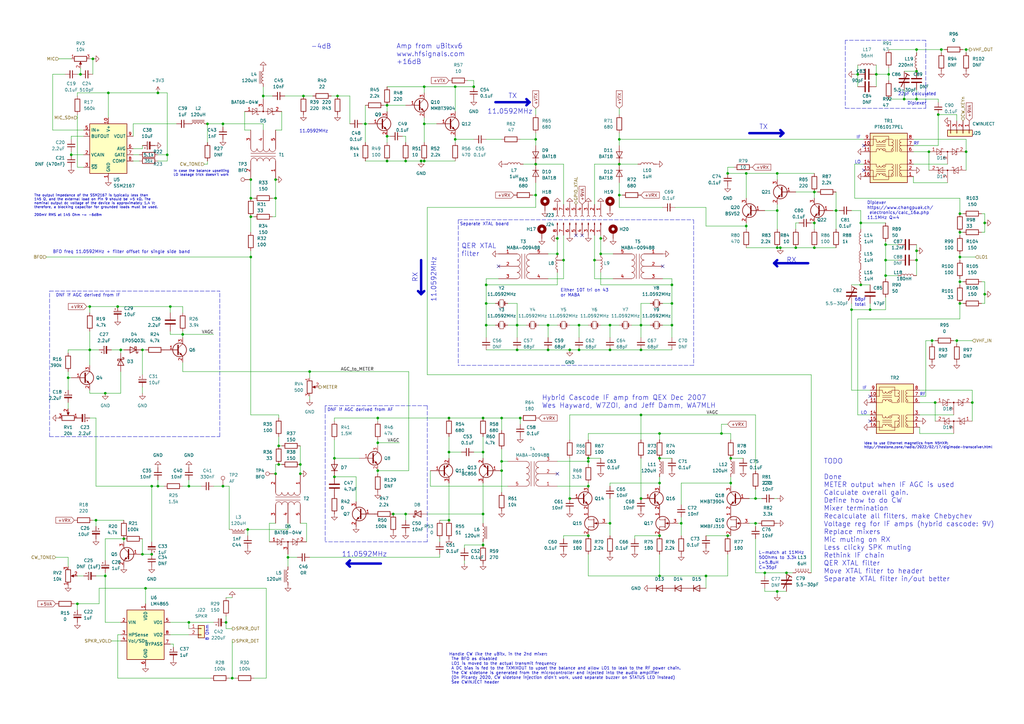
<source format=kicad_sch>
(kicad_sch (version 20211123) (generator eeschema)

  (uuid 0e592cd4-1950-44ef-9727-8e526f4c4e12)

  (paper "A3")

  (title_block
    (title "DART-70 TRX")
    (date "2023-02-18")
    (rev "0")
    (company "HB9EGM")
    (comment 1 "A 4m Band SSB/CW Transceiver")
    (comment 2 "Baseband")
  )

  

  (junction (at 186.69 57.15) (diameter 0) (color 0 0 0 0)
    (uuid 0079a40d-5664-4eb5-a4a1-35e197c9e578)
  )
  (junction (at 172.72 66.04) (diameter 0) (color 0 0 0 0)
    (uuid 027f19f3-a3d5-4daa-a96e-c5d9a71c1df8)
  )
  (junction (at 158.75 55.88) (diameter 0) (color 0 0 0 0)
    (uuid 02d8bab6-e62a-43d8-ae0a-47eb8be52f66)
  )
  (junction (at 58.42 143.51) (diameter 0) (color 0 0 0 0)
    (uuid 059f4155-bed3-4fb2-9baa-d569f31b7e5d)
  )
  (junction (at 320.04 101.6) (diameter 0) (color 0 0 0 0)
    (uuid 076a6a07-11fa-4191-a538-035a47a6b026)
  )
  (junction (at 199.39 124.46) (diameter 0) (color 0 0 0 0)
    (uuid 08e3fbcd-b24c-43b5-a2a5-3ed606084464)
  )
  (junction (at 375.92 20.32) (diameter 0) (color 0 0 0 0)
    (uuid 0e0e432b-78ea-4677-9624-cfa175a66f05)
  )
  (junction (at 262.89 143.51) (diameter 0) (color 0 0 0 0)
    (uuid 0e565d2a-00bb-4f20-8e2e-0f824e8d2762)
  )
  (junction (at 356.87 127) (diameter 0) (color 0 0 0 0)
    (uuid 0e79f50c-6749-4775-a4f9-1113788b2e6b)
  )
  (junction (at 241.3 189.23) (diameter 0) (color 0 0 0 0)
    (uuid 0f8367d0-e4ea-40ae-8dac-4e16d60a532f)
  )
  (junction (at 298.45 71.12) (diameter 0) (color 0 0 0 0)
    (uuid 1012b60c-7995-4cf6-a029-e4cda1fc26a4)
  )
  (junction (at 39.37 213.36) (diameter 0) (color 0 0 0 0)
    (uuid 1761eacf-5516-4f80-af22-ca5c2f3d7629)
  )
  (junction (at 173.99 50.8) (diameter 0) (color 0 0 0 0)
    (uuid 17a2367e-a2ff-4b57-83ee-9ab25894ec97)
  )
  (junction (at 48.26 125.73) (diameter 0) (color 0 0 0 0)
    (uuid 1843d2c0-629c-44e7-8460-03ced60a2111)
  )
  (junction (at 334.01 101.6) (diameter 0) (color 0 0 0 0)
    (uuid 1938c685-27ac-44a9-aab4-2c6ed50b8ec7)
  )
  (junction (at 295.91 177.8) (diameter 0) (color 0 0 0 0)
    (uuid 1a164a1f-45a6-43b7-9b64-349463c23d37)
  )
  (junction (at 166.37 210.82) (diameter 0) (color 0 0 0 0)
    (uuid 1c038126-c738-4381-b698-5c33c4341ae8)
  )
  (junction (at 64.77 38.1) (diameter 0) (color 0 0 0 0)
    (uuid 1d478e31-7d05-4026-94bc-716d6e6d4a57)
  )
  (junction (at 262.89 204.47) (diameter 0) (color 0 0 0 0)
    (uuid 1de51305-582b-4628-8092-75c3cf54eea0)
  )
  (junction (at 113.03 194.31) (diameter 0) (color 0 0 0 0)
    (uuid 1e5b8adc-bfe4-4d62-8fbb-b09ad198c5b6)
  )
  (junction (at 233.68 143.51) (diameter 0) (color 0 0 0 0)
    (uuid 210630ed-a720-499f-8ec9-3630627e1e05)
  )
  (junction (at 194.31 35.56) (diameter 0) (color 0 0 0 0)
    (uuid 222d63d3-68ff-4a04-b7c3-6efd5c4ab9e1)
  )
  (junction (at 381 62.23) (diameter 0) (color 0 0 0 0)
    (uuid 223b72c8-191b-4d26-8e73-2beb56cb0a2b)
  )
  (junction (at 298.45 219.71) (diameter 0) (color 0 0 0 0)
    (uuid 22f086a0-4e36-4832-8e1e-3bdb65f5c3f2)
  )
  (junction (at 212.09 143.51) (diameter 0) (color 0 0 0 0)
    (uuid 24fd922c-d488-4d61-b6dc-9d3e359ccc82)
  )
  (junction (at 299.72 187.96) (diameter 0) (color 0 0 0 0)
    (uuid 2583e10f-d237-4b6a-a35d-cff26f964496)
  )
  (junction (at 384.81 46.99) (diameter 0) (color 0 0 0 0)
    (uuid 2752e81c-fd78-4adc-8a3e-c2100d5bd7d7)
  )
  (junction (at 44.45 38.1) (diameter 0) (color 0 0 0 0)
    (uuid 2792ed93-89db-4e51-99ff-281323e776eb)
  )
  (junction (at 43.18 161.29) (diameter 0) (color 0 0 0 0)
    (uuid 2ac61f93-ebdb-4844-a9b1-76718596cd8a)
  )
  (junction (at 158.75 43.18) (diameter 0) (color 0 0 0 0)
    (uuid 2cd3680a-9e9d-4c97-9125-39c64a75e644)
  )
  (junction (at 270.51 198.12) (diameter 0) (color 0 0 0 0)
    (uuid 2d264e2f-7e31-4a17-86c5-13a68ab3ff7e)
  )
  (junction (at 363.22 106.68) (diameter 0) (color 0 0 0 0)
    (uuid 2fd14c3b-7e81-4330-b4b6-7d3b5d88fd5c)
  )
  (junction (at 393.7 115.57) (diameter 0) (color 0 0 0 0)
    (uuid 2fdc7923-56aa-4f0e-b559-e1b2e79c3c8f)
  )
  (junction (at 114.3 190.5) (diameter 0) (color 0 0 0 0)
    (uuid 30a877c2-a2d2-45b6-a8fa-8c4567fd5621)
  )
  (junction (at 382.27 139.7) (diameter 0) (color 0 0 0 0)
    (uuid 30dc039a-a902-4295-a2ea-7a00c6153126)
  )
  (junction (at 318.77 71.12) (diameter 0) (color 0 0 0 0)
    (uuid 315201dd-7991-408a-b65b-aa397fb29cdd)
  )
  (junction (at 38.1 24.13) (diameter 0) (color 0 0 0 0)
    (uuid 335263d3-7e35-4a9c-83c2-cd71d45f0688)
  )
  (junction (at 383.54 165.1) (diameter 0) (color 0 0 0 0)
    (uuid 3365c11b-b4a5-418d-85ee-41028926f18a)
  )
  (junction (at 351.79 30.48) (diameter 0) (color 0 0 0 0)
    (uuid 3b4c9779-bcad-4732-8142-8c3ab8d0419f)
  )
  (junction (at 173.99 35.56) (diameter 0) (color 0 0 0 0)
    (uuid 3bd6009a-f48b-4c66-92de-4d24549b4c7d)
  )
  (junction (at 161.29 210.82) (diameter 0) (color 0 0 0 0)
    (uuid 3bf0f30a-4c02-4011-9e56-5268cd9a18bc)
  )
  (junction (at 198.12 171.45) (diameter 0) (color 0 0 0 0)
    (uuid 3e9deac2-8e86-484c-b76a-a334d0715f66)
  )
  (junction (at 403.86 120.65) (diameter 0) (color 0 0 0 0)
    (uuid 3f6ba890-8616-4e68-b9d0-3d4eacc2e5c7)
  )
  (junction (at 375.92 106.68) (diameter 0) (color 0 0 0 0)
    (uuid 3fcecab3-b47b-4a8c-9fb9-b323af94bc6b)
  )
  (junction (at 173.99 66.04) (diameter 0) (color 0 0 0 0)
    (uuid 43c88063-044a-47b7-b010-f3fb76152eec)
  )
  (junction (at 375.92 102.87) (diameter 0) (color 0 0 0 0)
    (uuid 446196fa-4af3-4fe1-9348-f02489c61276)
  )
  (junction (at 199.39 133.35) (diameter 0) (color 0 0 0 0)
    (uuid 460147d8-e4b6-4910-88e9-07d1ddd6c2df)
  )
  (junction (at 219.71 57.15) (diameter 0) (color 0 0 0 0)
    (uuid 485f8372-6f58-431e-9419-bfc90ad67732)
  )
  (junction (at 364.49 30.48) (diameter 0) (color 0 0 0 0)
    (uuid 4b3ba67b-606d-4750-abb9-54a01fd7bc1a)
  )
  (junction (at 212.09 133.35) (diameter 0) (color 0 0 0 0)
    (uuid 4b982f8b-ca29-4ebf-88fc-8a50b24e0802)
  )
  (junction (at 359.41 30.48) (diameter 0) (color 0 0 0 0)
    (uuid 4bcbab50-174d-4a4b-8660-c13a99f4d953)
  )
  (junction (at 246.38 104.14) (diameter 0) (color 0 0 0 0)
    (uuid 4d4b296b-354c-4f54-8b98-a9fec52fa110)
  )
  (junction (at 375.92 29.21) (diameter 0) (color 0 0 0 0)
    (uuid 4dbafe87-53e2-4b1b-b9d1-f029995a0c51)
  )
  (junction (at 91.44 50.8) (diameter 0) (color 0 0 0 0)
    (uuid 4f100da6-d6f9-4b77-90f1-fda986c2ed73)
  )
  (junction (at 113.03 81.28) (diameter 0) (color 0 0 0 0)
    (uuid 4f661a6f-98d8-4461-9401-113364b1e3a8)
  )
  (junction (at 184.15 213.36) (diameter 0) (color 0 0 0 0)
    (uuid 510aabe6-d19e-45d2-9ee4-74f6d2e6df89)
  )
  (junction (at 393.7 87.63) (diameter 0) (color 0 0 0 0)
    (uuid 56e3e10b-0165-4e27-9816-f40b5bb7e426)
  )
  (junction (at 275.59 133.35) (diameter 0) (color 0 0 0 0)
    (uuid 5c4341e3-29f4-4014-ad6b-9b4cb50156a6)
  )
  (junction (at 246.38 97.79) (diameter 0) (color 0 0 0 0)
    (uuid 5d58706a-c013-405c-9112-847886006796)
  )
  (junction (at 262.89 133.35) (diameter 0) (color 0 0 0 0)
    (uuid 5dbda758-e74b-4ccf-ad68-495d537d68ba)
  )
  (junction (at 275.59 124.46) (diameter 0) (color 0 0 0 0)
    (uuid 5fc44bfc-3a32-42f5-89ff-303d655beeb1)
  )
  (junction (at 198.12 223.52) (diameter 0) (color 0 0 0 0)
    (uuid 611c0051-64b3-4ff6-b51a-6ea814324060)
  )
  (junction (at 69.85 125.73) (diameter 0) (color 0 0 0 0)
    (uuid 62ed984b-c070-4de1-bd86-30aeb09fb9cd)
  )
  (junction (at 326.39 101.6) (diameter 0) (color 0 0 0 0)
    (uuid 6333a58f-0905-40bf-8806-a9405483f292)
  )
  (junction (at 138.43 39.37) (diameter 0) (color 0 0 0 0)
    (uuid 67d87795-1d4f-4f21-9afa-f7da30e8b867)
  )
  (junction (at 342.9 86.36) (diameter 0) (color 0 0 0 0)
    (uuid 6bdd7ca9-a767-4e33-bf37-498b319fce63)
  )
  (junction (at 102.87 88.9) (diameter 0) (color 0 0 0 0)
    (uuid 6e61ed05-4ce2-4d6e-b300-e8935e213361)
  )
  (junction (at 62.23 227.33) (diameter 0) (color 0 0 0 0)
    (uuid 707b1436-6255-4e74-ac3c-e365f258d4c7)
  )
  (junction (at 270.51 236.22) (diameter 0) (color 0 0 0 0)
    (uuid 711716b4-cb3c-40a8-915f-7a9cd1c1a345)
  )
  (junction (at 306.07 92.71) (diameter 0) (color 0 0 0 0)
    (uuid 71548298-edf3-48ed-bda9-4f920bb3ffda)
  )
  (junction (at 334.01 91.44) (diameter 0) (color 0 0 0 0)
    (uuid 7203aae8-7ab5-4754-be1f-92fd79bf7883)
  )
  (junction (at 228.6 104.14) (diameter 0) (color 0 0 0 0)
    (uuid 7292e3c7-8290-4fad-a17c-92a17c78ac6c)
  )
  (junction (at 127 152.4) (diameter 0) (color 0 0 0 0)
    (uuid 76f10a7e-8bc4-4240-8e23-1f6453db5228)
  )
  (junction (at 254 57.15) (diameter 0) (color 0 0 0 0)
    (uuid 782fd8fa-9fb0-44b6-bdfd-23367a676327)
  )
  (junction (at 299.72 198.12) (diameter 0) (color 0 0 0 0)
    (uuid 79aa4561-3272-488a-aacc-d24a783bf3fa)
  )
  (junction (at 393.7 105.41) (diameter 0) (color 0 0 0 0)
    (uuid 88658da7-484b-4fb1-bd87-cf0fe9fbbc98)
  )
  (junction (at 318.77 86.36) (diameter 0) (color 0 0 0 0)
    (uuid 897a30bd-82ab-4191-9e1c-88c95eb420c0)
  )
  (junction (at 205.74 171.45) (diameter 0) (color 0 0 0 0)
    (uuid 89924c9d-894c-4783-bb98-91fe4fffc426)
  )
  (junction (at 363.22 100.33) (diameter 0) (color 0 0 0 0)
    (uuid 89a0992d-b4b4-4a98-9018-0c3e3ac7c4ed)
  )
  (junction (at 403.86 91.44) (diameter 0) (color 0 0 0 0)
    (uuid 8a030abd-885a-4b15-b74a-b44dc2b6c7d7)
  )
  (junction (at 334.01 78.74) (diameter 0) (color 0 0 0 0)
    (uuid 8cad30c6-cd21-4b04-8aa8-5dfd9876668a)
  )
  (junction (at 370.84 40.64) (diameter 0) (color 0 0 0 0)
    (uuid 8d45f61e-b48a-4d9a-9705-81179d1cee29)
  )
  (junction (at 92.71 255.27) (diameter 0) (color 0 0 0 0)
    (uuid 8d612602-5cc8-45dd-a943-2a29be4b9ede)
  )
  (junction (at 102.87 81.28) (diameter 0) (color 0 0 0 0)
    (uuid 8edc9989-feda-4190-96e8-8ba0ca953891)
  )
  (junction (at 43.18 236.22) (diameter 0) (color 0 0 0 0)
    (uuid 8f57152a-781e-4e8e-b36c-e81f9a864e3b)
  )
  (junction (at 250.19 214.63) (diameter 0) (color 0 0 0 0)
    (uuid 91049a94-ccf8-463e-ab05-8a76a56be653)
  )
  (junction (at 309.88 214.63) (diameter 0) (color 0 0 0 0)
    (uuid 9134413a-edf3-40ce-9ec2-93a536746842)
  )
  (junction (at 318.77 242.57) (diameter 0) (color 0 0 0 0)
    (uuid 92b5166e-7b6a-4c31-94b5-b9d3f56f30b6)
  )
  (junction (at 205.74 189.23) (diameter 0) (color 0 0 0 0)
    (uuid 94a7e072-a853-4895-a974-0e863ac9edc2)
  )
  (junction (at 113.03 73.66) (diameter 0) (color 0 0 0 0)
    (uuid 9501ad82-8c5c-4bd6-a4e5-d738b7099508)
  )
  (junction (at 224.79 133.35) (diameter 0) (color 0 0 0 0)
    (uuid 9666bb6a-0c1d-4c92-be6d-94a465ec5c51)
  )
  (junction (at 64.77 199.39) (diameter 0) (color 0 0 0 0)
    (uuid 97e09b83-0572-4634-8ce7-0a86f1339fd8)
  )
  (junction (at 107.95 39.37) (diameter 0) (color 0 0 0 0)
    (uuid 983034d1-18ea-4dac-8753-9630cc5e0592)
  )
  (junction (at 386.08 20.32) (diameter 0) (color 0 0 0 0)
    (uuid 9873db56-1f37-4fe2-98ad-60e4c87af40c)
  )
  (junction (at 275.59 116.84) (diameter 0) (color 0 0 0 0)
    (uuid 9918dbb5-067b-4f72-a60f-e99dd790b7bf)
  )
  (junction (at 270.51 177.8) (diameter 0) (color 0 0 0 0)
    (uuid 994aaeb0-a945-4297-8f22-64b15ec2470b)
  )
  (junction (at 254 80.01) (diameter 0) (color 0 0 0 0)
    (uuid 99c68e22-79ac-4df3-82ed-69d5274feb54)
  )
  (junction (at 363.22 113.03) (diameter 0) (color 0 0 0 0)
    (uuid 9a438e91-12f1-4003-9587-51635f0ae695)
  )
  (junction (at 219.71 80.01) (diameter 0) (color 0 0 0 0)
    (uuid 9cae7022-94ae-4784-b773-30ffde5822a7)
  )
  (junction (at 102.87 73.66) (diameter 0) (color 0 0 0 0)
    (uuid 9d0f1857-3b05-4e01-b461-94289f64ce4a)
  )
  (junction (at 123.19 194.31) (diameter 0) (color 0 0 0 0)
    (uuid 9d1032f1-04b7-4a45-a406-c5f306a5a4a3)
  )
  (junction (at 154.94 193.04) (diameter 0) (color 0 0 0 0)
    (uuid a31e2cb7-a272-450b-beca-1b3c3565662d)
  )
  (junction (at 393.7 95.25) (diameter 0) (color 0 0 0 0)
    (uuid a4615cb6-40e1-4e6b-aa44-484a7357f4a4)
  )
  (junction (at 198.12 185.42) (diameter 0) (color 0 0 0 0)
    (uuid a4ec02e9-e140-4dcc-958f-47f7624526cb)
  )
  (junction (at 36.83 125.73) (diameter 0) (color 0 0 0 0)
    (uuid a65cad0c-0ef1-4ea5-a965-4eae7ac1f6af)
  )
  (junction (at 231.14 106.68) (diameter 0) (color 0 0 0 0)
    (uuid a662cdd6-a57e-4364-b8b3-c025c426c5be)
  )
  (junction (at 31.75 247.65) (diameter 0) (color 0 0 0 0)
    (uuid a69f72c8-ce0f-4293-bf44-c6832495c836)
  )
  (junction (at 77.47 199.39) (diameter 0) (color 0 0 0 0)
    (uuid a7cad282-51c3-4f24-be5e-311c2c5e959b)
  )
  (junction (at 137.16 195.58) (diameter 0) (color 0 0 0 0)
    (uuid a8675aa5-24f4-4a65-9564-259800e24a61)
  )
  (junction (at 228.6 97.79) (diameter 0) (color 0 0 0 0)
    (uuid aa537d78-628c-458e-8a08-c2dae82aca82)
  )
  (junction (at 318.77 101.6) (diameter 0) (color 0 0 0 0)
    (uuid aad5fe2f-2964-4c2f-90b5-8ec10e02fb70)
  )
  (junction (at 158.75 66.04) (diameter 0) (color 0 0 0 0)
    (uuid ab5a5163-9113-4726-bc7a-7e25f5bcb137)
  )
  (junction (at 27.94 154.94) (diameter 0) (color 0 0 0 0)
    (uuid ac0e5582-f44c-4bc2-8ae7-2c3f1115fb00)
  )
  (junction (at 33.02 30.48) (diameter 0) (color 0 0 0 0)
    (uuid ad2d033c-4040-4813-b5da-82cf827f9d86)
  )
  (junction (at 237.49 133.35) (diameter 0) (color 0 0 0 0)
    (uuid ad485fa9-ca4c-467a-b6d9-302ae2ec4eaa)
  )
  (junction (at 91.44 199.39) (diameter 0) (color 0 0 0 0)
    (uuid ae4c18cc-90ed-4d31-b27a-ee22bf49a14e)
  )
  (junction (at 237.49 143.51) (diameter 0) (color 0 0 0 0)
    (uuid aed41e50-066a-4d5d-9b35-33c86a58f817)
  )
  (junction (at 309.88 204.47) (diameter 0) (color 0 0 0 0)
    (uuid b046cbfe-7bd9-4ac8-9c60-a84b90a07076)
  )
  (junction (at 198.12 210.82) (diameter 0) (color 0 0 0 0)
    (uuid b0bd599f-5320-4de4-9844-b1248597f45d)
  )
  (junction (at 59.69 241.3) (diameter 0) (color 0 0 0 0)
    (uuid b2c93e47-1b35-4bce-b217-c95c59af9fea)
  )
  (junction (at 102.87 105.41) (diameter 0) (color 0 0 0 0)
    (uuid b2fc5a98-a9c8-4ffb-bf05-9a95788a6f6e)
  )
  (junction (at 199.39 116.84) (diameter 0) (color 0 0 0 0)
    (uuid b3ba518e-938d-434b-8f72-5ecf3fd42313)
  )
  (junction (at 154.94 181.61) (diameter 0) (color 0 0 0 0)
    (uuid b52e2ac1-1ad4-4299-a3b7-5950aeda9b09)
  )
  (junction (at 219.71 67.31) (diameter 0) (color 0 0 0 0)
    (uuid b55942a4-2e67-4c91-a2e2-17d287af1b39)
  )
  (junction (at 58.42 227.33) (diameter 0) (color 0 0 0 0)
    (uuid b67c5032-3958-4f67-8cff-2bc749aa2559)
  )
  (junction (at 68.58 63.5) (diameter 0) (color 0 0 0 0)
    (uuid b6a3e709-356a-4a55-ac00-07ba73afac37)
  )
  (junction (at 313.69 234.95) (diameter 0) (color 0 0 0 0)
    (uuid b7b0b83f-2dad-41a6-8e3b-dd0617021680)
  )
  (junction (at 233.68 204.47) (diameter 0) (color 0 0 0 0)
    (uuid bb8fc86a-138e-468d-a6f3-4d425bea2798)
  )
  (junction (at 241.3 199.39) (diameter 0) (color 0 0 0 0)
    (uuid bcb7b50e-e30b-4748-9ad3-15fd19268fd8)
  )
  (junction (at 270.51 187.96) (diameter 0) (color 0 0 0 0)
    (uuid bdd38f4a-d1f5-49ea-86a0-7074369f7406)
  )
  (junction (at 101.6 217.17) (diameter 0) (color 0 0 0 0)
    (uuid bf1cf86a-4cef-455a-b67c-093dbb9970e5)
  )
  (junction (at 95.25 278.13) (diameter 0) (color 0 0 0 0)
    (uuid bff74fb8-2e53-4140-9d30-8bb9b336dda4)
  )
  (junction (at 50.8 220.98) (diameter 0) (color 0 0 0 0)
    (uuid c07980be-125c-4459-be81-f2b8371f5ae2)
  )
  (junction (at 205.74 193.04) (diameter 0) (color 0 0 0 0)
    (uuid c41a688f-80a3-4252-bb37-134631846db3)
  )
  (junction (at 250.19 143.51) (diameter 0) (color 0 0 0 0)
    (uuid c8816f2b-d043-4f02-8988-815e5e7435ee)
  )
  (junction (at 118.11 228.6) (diameter 0) (color 0 0 0 0)
    (uuid c8c4fbfe-4e9c-445d-882a-7f1bac80adc8)
  )
  (junction (at 250.19 133.35) (diameter 0) (color 0 0 0 0)
    (uuid ca2ddb3d-eff7-4148-ac57-d5c14ba8be31)
  )
  (junction (at 393.7 124.46) (diameter 0) (color 0 0 0 0)
    (uuid ca5a4e59-a0d9-41f3-a4f9-8e9003dc636c)
  )
  (junction (at 241.3 187.96) (diameter 0) (color 0 0 0 0)
    (uuid cf4a7a0f-4b62-4a14-8810-1f9be9bb8bca)
  )
  (junction (at 375.92 40.64) (diameter 0) (color 0 0 0 0)
    (uuid cfd26f0b-c959-40e8-8a7e-48204bb5c64f)
  )
  (junction (at 224.79 143.51) (diameter 0) (color 0 0 0 0)
    (uuid d3e01bdf-5c14-407f-80a1-1d934fc04fab)
  )
  (junction (at 149.86 50.8) (diameter 0) (color 0 0 0 0)
    (uuid d46cfddd-ae59-45a8-a05e-501b77d91351)
  )
  (junction (at 124.46 39.37) (diameter 0) (color 0 0 0 0)
    (uuid d47b6e93-2883-4b61-9107-b49e482eb126)
  )
  (junction (at 270.51 219.71) (diameter 0) (color 0 0 0 0)
    (uuid d5fa5081-044e-4305-8f5d-d2a56bf86d29)
  )
  (junction (at 77.47 255.27) (diameter 0) (color 0 0 0 0)
    (uuid d6fda246-3399-48cd-8a06-99bbdf8c75e4)
  )
  (junction (at 241.3 219.71) (diameter 0) (color 0 0 0 0)
    (uuid d703d54e-2823-4563-98c8-59d8b8b54fec)
  )
  (junction (at 166.37 66.04) (diameter 0) (color 0 0 0 0)
    (uuid d774c163-0e71-4e59-99e8-33a6c910c00d)
  )
  (junction (at 62.23 199.39) (diameter 0) (color 0 0 0 0)
    (uuid d7d4c350-2318-4a09-b921-0a78963f6666)
  )
  (junction (at 254 67.31) (diameter 0) (color 0 0 0 0)
    (uuid d964cb21-9482-4b14-9981-964030a476a5)
  )
  (junction (at 396.24 62.23) (diameter 0) (color 0 0 0 0)
    (uuid daa9b5c5-21a2-4482-b81a-69bb9f749fb7)
  )
  (junction (at 186.69 35.56) (diameter 0) (color 0 0 0 0)
    (uuid dcdfeb28-863e-4a43-ad64-f6e45863b4d7)
  )
  (junction (at 213.36 171.45) (diameter 0) (color 0 0 0 0)
    (uuid ddaaa428-40ee-45ee-a789-6961e25a11bb)
  )
  (junction (at 392.43 139.7) (diameter 0) (color 0 0 0 0)
    (uuid de1eb50d-ef90-4d0d-a112-fc865a422b99)
  )
  (junction (at 289.56 236.22) (diameter 0) (color 0 0 0 0)
    (uuid df231e82-dc0c-49c1-a01b-d2be84591ff3)
  )
  (junction (at 322.58 234.95) (diameter 0) (color 0 0 0 0)
    (uuid e15f6002-d342-413a-a773-225c5f4cfb04)
  )
  (junction (at 396.24 20.32) (diameter 0) (color 0 0 0 0)
    (uuid e2d27bd1-d4c5-4321-a13b-160cb2d6015d)
  )
  (junction (at 49.53 143.51) (diameter 0) (color 0 0 0 0)
    (uuid e3903eeb-8b72-4b40-a088-cbbba270c01b)
  )
  (junction (at 184.15 171.45) (diameter 0) (color 0 0 0 0)
    (uuid e68e2295-e5ad-41e7-931d-7bf2c40e2981)
  )
  (junction (at 279.4 214.63) (diameter 0) (color 0 0 0 0)
    (uuid e736b041-4756-4726-980f-1b93cf00a2ad)
  )
  (junction (at 243.84 106.68) (diameter 0) (color 0 0 0 0)
    (uuid e7eee956-d2ad-4d33-9823-9759f9a8aab1)
  )
  (junction (at 74.93 137.16) (diameter 0) (color 0 0 0 0)
    (uuid e8558fbd-ea42-43a6-966a-7bd304bdfaad)
  )
  (junction (at 353.06 91.44) (diameter 0) (color 0 0 0 0)
    (uuid e8822f44-e7ca-47f3-a9bc-951244c889e7)
  )
  (junction (at 36.83 143.51) (diameter 0) (color 0 0 0 0)
    (uuid eac540a2-0555-4530-b9cb-9b037a65c0a7)
  )
  (junction (at 114.3 182.88) (diameter 0) (color 0 0 0 0)
    (uuid eb3c65f0-3082-4c13-98c1-cac8dc7eccac)
  )
  (junction (at 137.16 187.96) (diameter 0) (color 0 0 0 0)
    (uuid ecba702e-9fb5-4bd7-9b08-5197492ec54b)
  )
  (junction (at 349.25 127) (diameter 0) (color 0 0 0 0)
    (uuid ef4c798c-4721-49f1-8016-e362a6672715)
  )
  (junction (at 398.78 165.1) (diameter 0) (color 0 0 0 0)
    (uuid efac21da-3f93-4ae4-bab8-dbdec293c35e)
  )
  (junction (at 306.07 71.12) (diameter 0) (color 0 0 0 0)
    (uuid f02e930f-fe1a-4921-a9df-ee330f41d2bd)
  )
  (junction (at 154.94 171.45) (diameter 0) (color 0 0 0 0)
    (uuid f1a9e2a2-6347-4852-b335-cf8402c433a4)
  )
  (junction (at 353.06 116.84) (diameter 0) (color 0 0 0 0)
    (uuid f22dadd7-4a1b-4449-b981-cbbeced9fbc5)
  )
  (junction (at 85.09 50.8) (diameter 0) (color 0 0 0 0)
    (uuid f9362574-7797-4e6e-9765-e515232ee831)
  )
  (junction (at 184.15 185.42) (diameter 0) (color 0 0 0 0)
    (uuid fb5d1a59-18d1-49ea-b504-10e76cce8897)
  )
  (junction (at 123.19 190.5) (diameter 0) (color 0 0 0 0)
    (uuid fbe71f6a-7e5a-41f1-9e6e-b2e94d49a3bc)
  )
  (junction (at 29.21 63.5) (diameter 0) (color 0 0 0 0)
    (uuid fe2b05f5-675b-44d0-956c-c5829b7c692a)
  )
  (junction (at 262.89 170.18) (diameter 0) (color 0 0 0 0)
    (uuid fe2ce942-d4c5-4b3f-a09e-cda9276450f6)
  )

  (no_connect (at 356.87 172.72) (uuid 112718f1-f222-4c50-a4f0-a42dabd066b7))
  (no_connect (at 236.22 96.52) (uuid 2b99a1e6-5f67-436f-9ed5-38e8bfd4c142))
  (no_connect (at 354.33 69.85) (uuid 36cd8509-4b06-4001-aa2f-00b548cb4477))
  (no_connect (at 204.47 109.22) (uuid 4866aeb4-d287-46eb-8d15-c55d9c708490))
  (no_connect (at 354.33 59.69) (uuid 6226f2ac-b9bf-4733-a388-cd49aa6934ae))
  (no_connect (at 356.87 162.56) (uuid 69a2fbd1-0689-4722-b099-d7d4b3a2c805))
  (no_connect (at 271.78 109.22) (uuid 8a4c8ee9-530e-4698-8694-1dcab411e819))
  (no_connect (at 228.6 194.31) (uuid afdb3662-3196-4d9d-b0e8-7f416bb5cd4f))
  (no_connect (at 238.76 96.52) (uuid ee08a6c2-528a-478b-9089-08fe9a37ec7e))

  (wire (pts (xy 403.86 87.63) (xy 403.86 91.44))
    (stroke (width 0) (type default) (color 0 0 0 0))
    (uuid 006436ec-9ab2-4589-83be-4667e52db3bf)
  )
  (wire (pts (xy 205.74 171.45) (xy 205.74 176.53))
    (stroke (width 0) (type default) (color 0 0 0 0))
    (uuid 00c27d59-c437-4bee-9cde-cbd48a34e31b)
  )
  (wire (pts (xy 318.77 83.82) (xy 318.77 86.36))
    (stroke (width 0) (type default) (color 0 0 0 0))
    (uuid 00cf6024-5820-4cff-8981-5be2b438caf3)
  )
  (wire (pts (xy 87.63 199.39) (xy 91.44 199.39))
    (stroke (width 0) (type default) (color 0 0 0 0))
    (uuid 0113fe75-9787-49bd-865f-03242ce2a366)
  )
  (wire (pts (xy 219.71 57.15) (xy 219.71 54.61))
    (stroke (width 0) (type default) (color 0 0 0 0))
    (uuid 0125f083-fa2b-4a11-85be-7853b609b001)
  )
  (wire (pts (xy 359.41 30.48) (xy 359.41 35.56))
    (stroke (width 0) (type default) (color 0 0 0 0))
    (uuid 01c67c04-8ed4-481b-b382-ac69e0a55001)
  )
  (wire (pts (xy 68.58 66.04) (xy 64.77 66.04))
    (stroke (width 0) (type default) (color 0 0 0 0))
    (uuid 01caafb3-af8a-4642-870c-c290b286d040)
  )
  (wire (pts (xy 219.71 74.93) (xy 219.71 80.01))
    (stroke (width 0) (type default) (color 0 0 0 0))
    (uuid 01cceb30-c85f-4510-b324-8d17341fc730)
  )
  (wire (pts (xy 166.37 43.18) (xy 158.75 43.18))
    (stroke (width 0) (type default) (color 0 0 0 0))
    (uuid 01f0181c-303d-46c7-ba34-20eee1c48cd1)
  )
  (wire (pts (xy 173.99 50.8) (xy 179.07 50.8))
    (stroke (width 0) (type default) (color 0 0 0 0))
    (uuid 0222c276-ce98-44cf-9ac7-d0d00163570d)
  )
  (wire (pts (xy 190.5 231.14) (xy 190.5 229.87))
    (stroke (width 0) (type default) (color 0 0 0 0))
    (uuid 027fc545-8a42-4646-8424-467711418116)
  )
  (wire (pts (xy 114.3 170.18) (xy 114.3 171.45))
    (stroke (width 0) (type default) (color 0 0 0 0))
    (uuid 0332aa97-cadc-4e7a-b8af-ca59e255597d)
  )
  (wire (pts (xy 173.99 66.04) (xy 186.69 66.04))
    (stroke (width 0) (type default) (color 0 0 0 0))
    (uuid 035d062f-f875-4853-8ca1-a348c3967bb1)
  )
  (wire (pts (xy 113.03 214.63) (xy 110.49 214.63))
    (stroke (width 0) (type default) (color 0 0 0 0))
    (uuid 03b7756f-0559-43eb-b24d-3aefa5a15899)
  )
  (wire (pts (xy 394.97 20.32) (xy 396.24 20.32))
    (stroke (width 0) (type default) (color 0 0 0 0))
    (uuid 03ce6745-00b2-4d2b-bad7-eb9745172859)
  )
  (wire (pts (xy 166.37 210.82) (xy 161.29 210.82))
    (stroke (width 0) (type default) (color 0 0 0 0))
    (uuid 03dd13e2-d89f-47ed-8a2f-ce75e7a97ef3)
  )
  (wire (pts (xy 262.89 133.35) (xy 266.7 133.35))
    (stroke (width 0) (type default) (color 0 0 0 0))
    (uuid 042fe62b-53aa-4e86-97d0-9ccb1e16a895)
  )
  (wire (pts (xy 379.73 139.7) (xy 382.27 139.7))
    (stroke (width 0) (type default) (color 0 0 0 0))
    (uuid 0437af13-5b81-4e18-82d5-0ec28c5d895f)
  )
  (wire (pts (xy 374.65 74.93) (xy 374.65 72.39))
    (stroke (width 0) (type default) (color 0 0 0 0))
    (uuid 047a18ce-9e77-4d7d-a9ce-60b21f671177)
  )
  (wire (pts (xy 31.75 68.58) (xy 34.29 68.58))
    (stroke (width 0) (type default) (color 0 0 0 0))
    (uuid 04868f85-bc69-4fa9-8e62-d78ffe5ae58e)
  )
  (wire (pts (xy 396.24 20.32) (xy 397.51 20.32))
    (stroke (width 0) (type default) (color 0 0 0 0))
    (uuid 04ef368b-f4e9-48da-956c-ee93cb3d01e8)
  )
  (wire (pts (xy 363.22 106.68) (xy 363.22 113.03))
    (stroke (width 0) (type default) (color 0 0 0 0))
    (uuid 05ddadd4-94df-4d6a-b500-ff320675ba33)
  )
  (wire (pts (xy 241.3 227.33) (xy 241.3 236.22))
    (stroke (width 0) (type default) (color 0 0 0 0))
    (uuid 066671d9-1fdf-4a05-a7e7-cadb7d44b89f)
  )
  (wire (pts (xy 356.87 124.46) (xy 356.87 127))
    (stroke (width 0) (type default) (color 0 0 0 0))
    (uuid 06fedb5b-65dd-4aa0-9e2d-b04e5a505f26)
  )
  (wire (pts (xy 208.28 124.46) (xy 212.09 124.46))
    (stroke (width 0) (type default) (color 0 0 0 0))
    (uuid 082d865b-0a4e-49c3-b18b-be47fd4a465a)
  )
  (wire (pts (xy 382.27 139.7) (xy 383.54 139.7))
    (stroke (width 0) (type default) (color 0 0 0 0))
    (uuid 0830aef1-c986-42f8-ba6a-a3fcacbf0210)
  )
  (wire (pts (xy 309.88 234.95) (xy 309.88 220.98))
    (stroke (width 0) (type default) (color 0 0 0 0))
    (uuid 08c8f1b4-737d-438b-967e-a77cce3833c0)
  )
  (wire (pts (xy 58.42 143.51) (xy 58.42 153.67))
    (stroke (width 0) (type default) (color 0 0 0 0))
    (uuid 09321bf4-1ea1-49b5-b1f9-ac29d6606a74)
  )
  (wire (pts (xy 173.99 35.56) (xy 186.69 35.56))
    (stroke (width 0) (type default) (color 0 0 0 0))
    (uuid 0943dfff-08fd-4176-a97a-8e271f47b148)
  )
  (wire (pts (xy 393.7 105.41) (xy 393.7 104.14))
    (stroke (width 0) (type default) (color 0 0 0 0))
    (uuid 09aa0d32-f4dc-42fd-a756-e1229737bd34)
  )
  (wire (pts (xy 289.56 236.22) (xy 289.56 241.3))
    (stroke (width 0) (type default) (color 0 0 0 0))
    (uuid 0a0c053c-54e0-4f14-b909-036d0c5fbf08)
  )
  (wire (pts (xy 158.75 43.18) (xy 158.75 45.72))
    (stroke (width 0) (type default) (color 0 0 0 0))
    (uuid 0a80373e-7854-41a7-8441-30fd81967887)
  )
  (wire (pts (xy 254 74.93) (xy 254 80.01))
    (stroke (width 0) (type default) (color 0 0 0 0))
    (uuid 0a9f993d-d83a-4cdc-bae3-0f40dd545220)
  )
  (wire (pts (xy 279.4 198.12) (xy 299.72 198.12))
    (stroke (width 0) (type default) (color 0 0 0 0))
    (uuid 0b5e9f79-a50b-4078-b2be-eff1d45ab7fc)
  )
  (wire (pts (xy 219.71 80.01) (xy 219.71 85.09))
    (stroke (width 0) (type default) (color 0 0 0 0))
    (uuid 0c3bb475-57a3-4465-801b-1823c9a733cc)
  )
  (wire (pts (xy 309.88 234.95) (xy 313.69 234.95))
    (stroke (width 0) (type default) (color 0 0 0 0))
    (uuid 0dc79dd3-c584-4173-b914-e6a8bcd18e45)
  )
  (wire (pts (xy 36.83 135.89) (xy 36.83 143.51))
    (stroke (width 0) (type default) (color 0 0 0 0))
    (uuid 0e1c6bbc-4cc4-4ce9-b48a-8292bb286da8)
  )
  (wire (pts (xy 246.38 97.79) (xy 246.38 96.52))
    (stroke (width 0) (type default) (color 0 0 0 0))
    (uuid 0f4b5c7f-79aa-4c46-b222-58e7e288b195)
  )
  (wire (pts (xy 33.02 27.94) (xy 33.02 30.48))
    (stroke (width 0) (type default) (color 0 0 0 0))
    (uuid 100847e3-630c-4c13-ba45-180e92370805)
  )
  (wire (pts (xy 318.77 71.12) (xy 318.77 73.66))
    (stroke (width 0) (type default) (color 0 0 0 0))
    (uuid 10ef0d40-b427-4fac-bff7-e8ca2d279fd2)
  )
  (wire (pts (xy 166.37 66.04) (xy 172.72 66.04))
    (stroke (width 0) (type default) (color 0 0 0 0))
    (uuid 11ac1ac8-72b6-43ed-915e-50f87561daf8)
  )
  (wire (pts (xy 107.95 50.8) (xy 91.44 50.8))
    (stroke (width 0) (type default) (color 0 0 0 0))
    (uuid 12340fb8-cd9c-4069-beec-13d4d2ea0d99)
  )
  (polyline (pts (xy 307.34 54.61) (xy 321.31 54.61))
    (stroke (width 1) (type solid) (color 0 0 0 0))
    (uuid 1281d63b-9c8c-4454-9b2d-0bbbc27e2ae7)
  )

  (wire (pts (xy 44.45 38.1) (xy 64.77 38.1))
    (stroke (width 0) (type default) (color 0 0 0 0))
    (uuid 12e17856-cd8c-41a8-bb2e-9faca10b0973)
  )
  (wire (pts (xy 393.7 130.81) (xy 351.79 130.81))
    (stroke (width 0) (type default) (color 0 0 0 0))
    (uuid 15352954-5a6d-4167-94e3-a8475b279783)
  )
  (wire (pts (xy 43.18 234.95) (xy 43.18 236.22))
    (stroke (width 0) (type default) (color 0 0 0 0))
    (uuid 15e1025c-faeb-49ff-aaa3-6ba9acaabd98)
  )
  (wire (pts (xy 137.16 172.72) (xy 137.16 171.45))
    (stroke (width 0) (type default) (color 0 0 0 0))
    (uuid 1606d99f-0508-4f2e-b63b-47e62c4312ee)
  )
  (wire (pts (xy 386.08 21.59) (xy 386.08 20.32))
    (stroke (width 0) (type default) (color 0 0 0 0))
    (uuid 16070e3c-2cc9-4d09-bef3-8ceccb63947e)
  )
  (wire (pts (xy 36.83 125.73) (xy 36.83 128.27))
    (stroke (width 0) (type default) (color 0 0 0 0))
    (uuid 16aa2316-1a67-45e5-b6c4-e59dd85814f4)
  )
  (wire (pts (xy 334.01 71.12) (xy 318.77 71.12))
    (stroke (width 0) (type default) (color 0 0 0 0))
    (uuid 16b8184d-4364-4664-b33c-1e355c0b0e6c)
  )
  (wire (pts (xy 298.45 68.58) (xy 298.45 71.12))
    (stroke (width 0) (type default) (color 0 0 0 0))
    (uuid 171c47c2-e63c-45a5-b02c-078b78214786)
  )
  (wire (pts (xy 115.57 182.88) (xy 114.3 182.88))
    (stroke (width 0) (type default) (color 0 0 0 0))
    (uuid 17c93850-5ebd-4f0d-b8eb-52bf14b01af4)
  )
  (wire (pts (xy 186.69 35.56) (xy 194.31 35.56))
    (stroke (width 0) (type default) (color 0 0 0 0))
    (uuid 18723066-b973-43bf-8bbf-4c210121a928)
  )
  (wire (pts (xy 334.01 78.74) (xy 334.01 81.28))
    (stroke (width 0) (type default) (color 0 0 0 0))
    (uuid 189610aa-2967-4418-8b8b-b36bdf6bc60b)
  )
  (wire (pts (xy 375.92 100.33) (xy 375.92 102.87))
    (stroke (width 0) (type default) (color 0 0 0 0))
    (uuid 19028db1-670b-4d84-9d20-5aa2f8585dd7)
  )
  (wire (pts (xy 342.9 101.6) (xy 334.01 101.6))
    (stroke (width 0) (type default) (color 0 0 0 0))
    (uuid 1966977a-39df-4890-91de-0e8ae767b0a0)
  )
  (wire (pts (xy 186.69 57.15) (xy 194.31 57.15))
    (stroke (width 0) (type default) (color 0 0 0 0))
    (uuid 19a56892-f9d5-4508-ab75-59721c555275)
  )
  (wire (pts (xy 313.69 242.57) (xy 313.69 241.3))
    (stroke (width 0) (type default) (color 0 0 0 0))
    (uuid 1a255025-6cad-4a3e-8763-c9c3ba585d53)
  )
  (wire (pts (xy 326.39 101.6) (xy 320.04 101.6))
    (stroke (width 0) (type default) (color 0 0 0 0))
    (uuid 1a86e987-6d08-4b7a-b2e3-f89b9863e895)
  )
  (wire (pts (xy 146.05 195.58) (xy 146.05 205.74))
    (stroke (width 0) (type default) (color 0 0 0 0))
    (uuid 1a9613ab-fb34-4a02-8365-aadaa421dfaf)
  )
  (wire (pts (xy 27.94 143.51) (xy 36.83 143.51))
    (stroke (width 0) (type default) (color 0 0 0 0))
    (uuid 1a9f0d73-6986-450b-8da5-dca8d718cd0d)
  )
  (wire (pts (xy 375.92 20.32) (xy 386.08 20.32))
    (stroke (width 0) (type default) (color 0 0 0 0))
    (uuid 1b89864d-e042-4259-99ab-c96136a33a11)
  )
  (wire (pts (xy 350.52 67.31) (xy 350.52 81.28))
    (stroke (width 0) (type default) (color 0 0 0 0))
    (uuid 1c0378fb-8fa4-4942-8a64-86b9252ef636)
  )
  (wire (pts (xy 262.89 143.51) (xy 275.59 143.51))
    (stroke (width 0) (type default) (color 0 0 0 0))
    (uuid 1d8cbdb8-b0d5-4f06-84c8-05770b7e9555)
  )
  (wire (pts (xy 219.71 59.69) (xy 219.71 57.15))
    (stroke (width 0) (type default) (color 0 0 0 0))
    (uuid 1dbe419a-f71e-4ab5-9a49-e58e75747fdf)
  )
  (wire (pts (xy 118.11 217.17) (xy 101.6 217.17))
    (stroke (width 0) (type default) (color 0 0 0 0))
    (uuid 1dc9a7fa-415c-4243-97fb-46b0d627e89d)
  )
  (wire (pts (xy 137.16 171.45) (xy 154.94 171.45))
    (stroke (width 0) (type default) (color 0 0 0 0))
    (uuid 1ddbded3-4d65-49ba-8123-18c72e4b7f4a)
  )
  (wire (pts (xy 363.22 113.03) (xy 363.22 114.3))
    (stroke (width 0) (type default) (color 0 0 0 0))
    (uuid 1e2c0cdd-08a6-4586-b370-3ffc74205845)
  )
  (wire (pts (xy 243.84 106.68) (xy 243.84 114.3))
    (stroke (width 0) (type default) (color 0 0 0 0))
    (uuid 1e9638be-d271-44b9-9bc3-e37783c8782f)
  )
  (wire (pts (xy 158.75 66.04) (xy 166.37 66.04))
    (stroke (width 0) (type default) (color 0 0 0 0))
    (uuid 1f1052c4-d15a-450f-8bb0-3cc3f3592607)
  )
  (wire (pts (xy 250.19 204.47) (xy 250.19 214.63))
    (stroke (width 0) (type default) (color 0 0 0 0))
    (uuid 1f1c22b1-15a3-4e28-88a5-25ba2fbef197)
  )
  (wire (pts (xy 212.09 124.46) (xy 212.09 133.35))
    (stroke (width 0) (type default) (color 0 0 0 0))
    (uuid 1fd73780-e017-4e2c-9674-56cb6f09dc2d)
  )
  (wire (pts (xy 246.38 116.84) (xy 275.59 116.84))
    (stroke (width 0) (type default) (color 0 0 0 0))
    (uuid 2163a967-be2d-4344-a94d-f1b8da3dc3a3)
  )
  (wire (pts (xy 396.24 57.15) (xy 396.24 62.23))
    (stroke (width 0) (type default) (color 0 0 0 0))
    (uuid 2171e051-2b1c-4df3-9987-bb0d428437aa)
  )
  (wire (pts (xy 69.85 135.89) (xy 69.85 137.16))
    (stroke (width 0) (type default) (color 0 0 0 0))
    (uuid 22591446-6d82-47ac-b525-9e9deb496c8c)
  )
  (wire (pts (xy 137.16 180.34) (xy 137.16 187.96))
    (stroke (width 0) (type default) (color 0 0 0 0))
    (uuid 231e5ae4-1791-4485-9a32-a64456488009)
  )
  (wire (pts (xy 111.76 88.9) (xy 113.03 88.9))
    (stroke (width 0) (type default) (color 0 0 0 0))
    (uuid 233c88a4-9a5e-42af-96fb-5079a0c4ddfe)
  )
  (wire (pts (xy 241.3 189.23) (xy 241.3 187.96))
    (stroke (width 0) (type default) (color 0 0 0 0))
    (uuid 25347fbb-8744-4d15-9949-de9866144f81)
  )
  (wire (pts (xy 270.51 177.8) (xy 241.3 177.8))
    (stroke (width 0) (type default) (color 0 0 0 0))
    (uuid 2556849b-244d-40cf-86de-101d00a3273d)
  )
  (wire (pts (xy 275.59 187.96) (xy 270.51 187.96))
    (stroke (width 0) (type default) (color 0 0 0 0))
    (uuid 25b40549-5004-4a9f-8c83-45a4561f2c44)
  )
  (wire (pts (xy 39.37 213.36) (xy 50.8 213.36))
    (stroke (width 0) (type default) (color 0 0 0 0))
    (uuid 268a679e-e023-47f5-8a31-2516b1c23479)
  )
  (wire (pts (xy 295.91 173.99) (xy 295.91 177.8))
    (stroke (width 0) (type default) (color 0 0 0 0))
    (uuid 27937394-9bb7-48f6-a154-02c32eca1c67)
  )
  (wire (pts (xy 342.9 78.74) (xy 342.9 86.36))
    (stroke (width 0) (type default) (color 0 0 0 0))
    (uuid 2812f45e-ebd6-42bd-b5eb-ed95214eca8f)
  )
  (wire (pts (xy 198.12 198.12) (xy 198.12 210.82))
    (stroke (width 0) (type default) (color 0 0 0 0))
    (uuid 287f053d-d517-4f77-a833-8d255e7a9f3f)
  )
  (wire (pts (xy 31.75 247.65) (xy 40.64 247.65))
    (stroke (width 0) (type default) (color 0 0 0 0))
    (uuid 29b8b23a-e7ee-4dc9-92e7-c3cadb119379)
  )
  (wire (pts (xy 335.28 78.74) (xy 334.01 78.74))
    (stroke (width 0) (type default) (color 0 0 0 0))
    (uuid 2a3e52a2-02c1-4de1-bbee-f4f094c5cf5c)
  )
  (wire (pts (xy 205.74 189.23) (xy 205.74 193.04))
    (stroke (width 0) (type default) (color 0 0 0 0))
    (uuid 2a63233b-a7a2-4c59-82c8-58a12efecada)
  )
  (wire (pts (xy 250.19 214.63) (xy 248.92 214.63))
    (stroke (width 0) (type default) (color 0 0 0 0))
    (uuid 2afd810b-02fc-4ddc-b23c-b8689ad0ab1d)
  )
  (wire (pts (xy 34.29 55.88) (xy 29.21 55.88))
    (stroke (width 0) (type default) (color 0 0 0 0))
    (uuid 2b878984-ad62-40d5-87be-d30f465ae2b3)
  )
  (wire (pts (xy 74.93 152.4) (xy 74.93 148.59))
    (stroke (width 0) (type default) (color 0 0 0 0))
    (uuid 2b894b8a-c098-4d9d-be0f-2ef41dea274e)
  )
  (wire (pts (xy 266.7 124.46) (xy 262.89 124.46))
    (stroke (width 0) (type default) (color 0 0 0 0))
    (uuid 2ba6a5e2-be81-4fda-a558-a7c1489b8584)
  )
  (wire (pts (xy 228.6 97.79) (xy 228.6 104.14))
    (stroke (width 0) (type default) (color 0 0 0 0))
    (uuid 2bb91631-ebd1-41f4-8f02-7d20cea9a1ea)
  )
  (wire (pts (xy 118.11 228.6) (xy 118.11 227.33))
    (stroke (width 0) (type default) (color 0 0 0 0))
    (uuid 2bc9d2d9-93de-4c12-bc6b-86b8c29f0aa6)
  )
  (wire (pts (xy 199.39 114.3) (xy 199.39 116.84))
    (stroke (width 0) (type default) (color 0 0 0 0))
    (uuid 2d4b6a63-930e-4ce6-8f19-abaabb68aafd)
  )
  (wire (pts (xy 349.25 160.02) (xy 349.25 127))
    (stroke (width 0) (type default) (color 0 0 0 0))
    (uuid 2dcb67f4-c872-4b2a-956a-523605159edb)
  )
  (wire (pts (xy 128.27 39.37) (xy 124.46 39.37))
    (stroke (width 0) (type default) (color 0 0 0 0))
    (uuid 2e63a8de-ed51-4777-8337-472b5b4f8240)
  )
  (wire (pts (xy 275.59 138.43) (xy 275.59 133.35))
    (stroke (width 0) (type default) (color 0 0 0 0))
    (uuid 2e6b1f7e-e4c3-43a1-ae90-c85aa40696d5)
  )
  (wire (pts (xy 259.08 133.35) (xy 262.89 133.35))
    (stroke (width 0) (type default) (color 0 0 0 0))
    (uuid 2ec9be40-1d5a-4e2d-8a4d-4be2d3c079d5)
  )
  (wire (pts (xy 353.06 86.36) (xy 353.06 91.44))
    (stroke (width 0) (type default) (color 0 0 0 0))
    (uuid 2f3f2305-6e67-4103-9727-21f03965c347)
  )
  (wire (pts (xy 214.63 67.31) (xy 219.71 67.31))
    (stroke (width 0) (type default) (color 0 0 0 0))
    (uuid 3026ca22-9079-411a-bec8-e95daa0137af)
  )
  (wire (pts (xy 125.73 214.63) (xy 123.19 214.63))
    (stroke (width 0) (type default) (color 0 0 0 0))
    (uuid 307b7b86-dfcd-43e5-adae-a42ec65f9c2c)
  )
  (wire (pts (xy 241.3 190.5) (xy 241.3 189.23))
    (stroke (width 0) (type default) (color 0 0 0 0))
    (uuid 31405bcc-b3b5-4799-beda-e88762b1ff65)
  )
  (wire (pts (xy 241.3 236.22) (xy 270.51 236.22))
    (stroke (width 0) (type default) (color 0 0 0 0))
    (uuid 314a73cd-4340-4691-9097-14e559730536)
  )
  (wire (pts (xy 167.64 152.4) (xy 167.64 193.04))
    (stroke (width 0) (type default) (color 0 0 0 0))
    (uuid 321ed9e4-ae5b-472e-9566-a066b96db8bf)
  )
  (wire (pts (xy 233.68 170.18) (xy 233.68 180.34))
    (stroke (width 0) (type default) (color 0 0 0 0))
    (uuid 3276e29e-f986-4a1b-866c-9d3cbd2e5d3d)
  )
  (wire (pts (xy 186.69 45.72) (xy 186.69 35.56))
    (stroke (width 0) (type default) (color 0 0 0 0))
    (uuid 32d50c10-a20b-414f-afaf-7821cceaf33a)
  )
  (wire (pts (xy 26.67 30.48) (xy 21.59 30.48))
    (stroke (width 0) (type default) (color 0 0 0 0))
    (uuid 33b48673-c959-4510-b6fa-fd3f7bdb00fd)
  )
  (wire (pts (xy 64.77 63.5) (xy 68.58 63.5))
    (stroke (width 0) (type default) (color 0 0 0 0))
    (uuid 33b6dbe8-d555-4f35-a63c-27c75fa09ca7)
  )
  (wire (pts (xy 118.11 214.63) (xy 118.11 217.17))
    (stroke (width 0) (type default) (color 0 0 0 0))
    (uuid 33b8f01e-acf2-48c5-adde-e838f3dfad6d)
  )
  (wire (pts (xy 172.72 66.04) (xy 173.99 66.04))
    (stroke (width 0) (type default) (color 0 0 0 0))
    (uuid 341e0f4b-92fa-44cf-9e72-3a5fc025563e)
  )
  (wire (pts (xy 377.19 177.8) (xy 377.19 175.26))
    (stroke (width 0) (type default) (color 0 0 0 0))
    (uuid 34971b89-a71c-4b1e-9611-7fffde0ef9c4)
  )
  (wire (pts (xy 212.09 138.43) (xy 212.09 133.35))
    (stroke (width 0) (type default) (color 0 0 0 0))
    (uuid 35343f32-90ff-4059-a108-111fb444c3d2)
  )
  (wire (pts (xy 394.97 124.46) (xy 393.7 124.46))
    (stroke (width 0) (type default) (color 0 0 0 0))
    (uuid 3586fadc-dfb0-445d-9e9e-609ee49ba8a3)
  )
  (wire (pts (xy 27.94 160.02) (xy 27.94 154.94))
    (stroke (width 0) (type default) (color 0 0 0 0))
    (uuid 35e60fa0-27cf-4d0e-8bab-b364400c08c0)
  )
  (wire (pts (xy 123.19 194.31) (xy 123.19 190.5))
    (stroke (width 0) (type default) (color 0 0 0 0))
    (uuid 362da67e-2cbf-4626-b5c1-6c5ba9fb75f9)
  )
  (wire (pts (xy 208.28 189.23) (xy 205.74 189.23))
    (stroke (width 0) (type default) (color 0 0 0 0))
    (uuid 364f7692-8fd2-4996-8f00-fec21fff2827)
  )
  (wire (pts (xy 275.59 133.35) (xy 271.78 133.35))
    (stroke (width 0) (type default) (color 0 0 0 0))
    (uuid 36696ac6-2db1-4b52-ae3d-9f3c89d2042f)
  )
  (wire (pts (xy 332.74 153.67) (xy 175.26 153.67))
    (stroke (width 0) (type default) (color 0 0 0 0))
    (uuid 369c2242-d22f-4370-b888-6adc5e444aec)
  )
  (wire (pts (xy 43.18 220.98) (xy 50.8 220.98))
    (stroke (width 0) (type default) (color 0 0 0 0))
    (uuid 37776474-3e55-452d-b61d-56f6c437c0b7)
  )
  (wire (pts (xy 368.3 113.03) (xy 363.22 113.03))
    (stroke (width 0) (type default) (color 0 0 0 0))
    (uuid 37c4ff09-2526-492b-a9f8-7ea7ff67af23)
  )
  (wire (pts (xy 104.14 278.13) (xy 109.22 278.13))
    (stroke (width 0) (type default) (color 0 0 0 0))
    (uuid 37f9ff9e-4ac0-495a-8616-d843451c132e)
  )
  (polyline (pts (xy 20.32 179.07) (xy 20.32 119.38))
    (stroke (width 0) (type default) (color 0 0 0 0))
    (uuid 38a62d51-e863-4b0e-8f07-7e1cafdb4037)
  )

  (wire (pts (xy 49.53 260.35) (xy 48.26 260.35))
    (stroke (width 0) (type default) (color 0 0 0 0))
    (uuid 38d04039-5d82-48aa-b8b9-bc35b46616f0)
  )
  (wire (pts (xy 198.12 210.82) (xy 175.26 210.82))
    (stroke (width 0) (type default) (color 0 0 0 0))
    (uuid 393131ec-a9a2-4b13-8fa7-5bb85d9e7338)
  )
  (wire (pts (xy 199.39 116.84) (xy 199.39 124.46))
    (stroke (width 0) (type default) (color 0 0 0 0))
    (uuid 3a274653-eff3-4ffe-9be8-2bfd0950af0a)
  )
  (polyline (pts (xy 172.72 120.65) (xy 173.99 119.38))
    (stroke (width 1) (type solid) (color 0 0 0 0))
    (uuid 3a303245-2826-476f-837a-6c776ac8eec5)
  )
  (polyline (pts (xy 317.5 107.95) (xy 318.77 106.68))
    (stroke (width 1) (type default) (color 0 0 0 0))
    (uuid 3ae1ad84-1d31-4d2b-b989-ca9af6058aea)
  )

  (wire (pts (xy 384.81 46.99) (xy 384.81 59.69))
    (stroke (width 0) (type default) (color 0 0 0 0))
    (uuid 3b27dc08-2c00-4501-9b7e-e1fc9c4c1450)
  )
  (wire (pts (xy 237.49 133.35) (xy 241.3 133.35))
    (stroke (width 0) (type default) (color 0 0 0 0))
    (uuid 3c11bba2-1b60-442e-87b9-29fc89c74881)
  )
  (wire (pts (xy 318.77 204.47) (xy 317.5 204.47))
    (stroke (width 0) (type default) (color 0 0 0 0))
    (uuid 3ccaef01-74e6-4115-959d-fbd093047018)
  )
  (wire (pts (xy 243.84 114.3) (xy 251.46 114.3))
    (stroke (width 0) (type default) (color 0 0 0 0))
    (uuid 3ce385e6-83c9-457f-9081-a08d654779c4)
  )
  (wire (pts (xy 85.09 50.8) (xy 91.44 50.8))
    (stroke (width 0) (type default) (color 0 0 0 0))
    (uuid 3d0f8577-6ffa-41a9-8b25-878e6e828efa)
  )
  (wire (pts (xy 213.36 173.99) (xy 213.36 171.45))
    (stroke (width 0) (type default) (color 0 0 0 0))
    (uuid 3d84257e-dfac-4e83-ad7d-92150f9df1d8)
  )
  (wire (pts (xy 344.17 86.36) (xy 342.9 86.36))
    (stroke (width 0) (type default) (color 0 0 0 0))
    (uuid 3d93a3e9-87ac-4a3b-9b9e-a240dd18c534)
  )
  (wire (pts (xy 39.37 199.39) (xy 62.23 199.39))
    (stroke (width 0) (type default) (color 0 0 0 0))
    (uuid 3dac0765-17a2-43b9-bab1-cc5f50ce960f)
  )
  (wire (pts (xy 158.75 55.88) (xy 158.75 58.42))
    (stroke (width 0) (type default) (color 0 0 0 0))
    (uuid 3e47bf3b-545f-417b-95f8-0ce48a2e696b)
  )
  (wire (pts (xy 45.72 143.51) (xy 49.53 143.51))
    (stroke (width 0) (type default) (color 0 0 0 0))
    (uuid 3f206607-332e-4c96-8963-5302804f476f)
  )
  (wire (pts (xy 189.23 185.42) (xy 184.15 185.42))
    (stroke (width 0) (type default) (color 0 0 0 0))
    (uuid 3f2a51a5-354e-4662-86fe-5462c2bd8d58)
  )
  (wire (pts (xy 403.86 115.57) (xy 403.86 120.65))
    (stroke (width 0) (type default) (color 0 0 0 0))
    (uuid 3f89e29b-9d8f-481a-a517-85ca9e00b6c5)
  )
  (wire (pts (xy 31.75 46.99) (xy 31.75 68.58))
    (stroke (width 0) (type default) (color 0 0 0 0))
    (uuid 4102ae0e-3d75-40cd-957b-0b4db5d3f5ee)
  )
  (wire (pts (xy 127 163.83) (xy 127 162.56))
    (stroke (width 0) (type default) (color 0 0 0 0))
    (uuid 4116bfc2-eab3-4c29-a983-44eacd9f10f5)
  )
  (polyline (pts (xy 172.72 120.65) (xy 171.45 119.38))
    (stroke (width 1) (type default) (color 0 0 0 0))
    (uuid 4163deab-1cd6-41dd-a3a6-4003a316c140)
  )

  (wire (pts (xy 36.83 161.29) (xy 43.18 161.29))
    (stroke (width 0) (type default) (color 0 0 0 0))
    (uuid 4208e41d-1d0a-40b9-bf94-fcbeb6562f9d)
  )
  (wire (pts (xy 241.3 198.12) (xy 241.3 199.39))
    (stroke (width 0) (type default) (color 0 0 0 0))
    (uuid 421e1cc2-36a4-4dea-b009-97c228e970dc)
  )
  (wire (pts (xy 300.99 68.58) (xy 298.45 68.58))
    (stroke (width 0) (type default) (color 0 0 0 0))
    (uuid 42209508-7425-4ef6-9bd3-77e80b4d9abd)
  )
  (wire (pts (xy 270.51 198.12) (xy 270.51 199.39))
    (stroke (width 0) (type default) (color 0 0 0 0))
    (uuid 426d408a-ed40-43b4-b8c5-0e2c5087c1f6)
  )
  (polyline (pts (xy 175.26 166.37) (xy 133.35 166.37))
    (stroke (width 0) (type default) (color 0 0 0 0))
    (uuid 4284f916-8fed-4278-b00c-4c3f313faf80)
  )

  (wire (pts (xy 262.89 170.18) (xy 233.68 170.18))
    (stroke (width 0) (type default) (color 0 0 0 0))
    (uuid 437cfd94-f586-4649-a4a7-54b6265ccf76)
  )
  (wire (pts (xy 393.7 87.63) (xy 394.97 87.63))
    (stroke (width 0) (type default) (color 0 0 0 0))
    (uuid 444b90a0-e12f-4604-8031-264a2e3dcb20)
  )
  (wire (pts (xy 241.3 219.71) (xy 231.14 219.71))
    (stroke (width 0) (type default) (color 0 0 0 0))
    (uuid 44df90bf-029f-4262-a166-22df8e216390)
  )
  (wire (pts (xy 64.77 199.39) (xy 64.77 196.85))
    (stroke (width 0) (type default) (color 0 0 0 0))
    (uuid 44e993be-f2df-4e61-a598-dfd6e106a208)
  )
  (wire (pts (xy 309.88 204.47) (xy 307.34 204.47))
    (stroke (width 0) (type default) (color 0 0 0 0))
    (uuid 454e30d7-bcaa-4ad9-9d06-8047eb4476bc)
  )
  (wire (pts (xy 101.6 217.17) (xy 101.6 219.71))
    (stroke (width 0) (type default) (color 0 0 0 0))
    (uuid 45583653-c1b9-48b1-85eb-b50796173085)
  )
  (polyline (pts (xy 346.71 16.51) (xy 346.71 44.45))
    (stroke (width 0) (type default) (color 0 0 0 0))
    (uuid 461edb23-c1ec-4e0f-871a-a240c1cd3a36)
  )

  (wire (pts (xy 250.19 138.43) (xy 250.19 133.35))
    (stroke (width 0) (type default) (color 0 0 0 0))
    (uuid 462f8e7e-09c6-4676-ba4f-fd07b2868aa8)
  )
  (wire (pts (xy 191.77 33.02) (xy 194.31 33.02))
    (stroke (width 0) (type default) (color 0 0 0 0))
    (uuid 466b5642-6c10-45a7-84e5-76759a53f192)
  )
  (wire (pts (xy 110.49 214.63) (xy 110.49 222.25))
    (stroke (width 0) (type default) (color 0 0 0 0))
    (uuid 46ae2584-1b1d-400b-a946-46158d09b58d)
  )
  (wire (pts (xy 379.73 139.7) (xy 379.73 162.56))
    (stroke (width 0) (type default) (color 0 0 0 0))
    (uuid 46da1e60-4761-4966-96b0-d563aff527c6)
  )
  (wire (pts (xy 255.27 80.01) (xy 254 80.01))
    (stroke (width 0) (type default) (color 0 0 0 0))
    (uuid 479fe35f-e09c-4372-8e15-6784a7e3fd2e)
  )
  (polyline (pts (xy 284.48 90.17) (xy 284.48 149.86))
    (stroke (width 0) (type default) (color 0 0 0 0))
    (uuid 47e3424a-459d-4696-b1ce-e9ec51099a1c)
  )

  (wire (pts (xy 275.59 116.84) (xy 275.59 124.46))
    (stroke (width 0) (type default) (color 0 0 0 0))
    (uuid 47e8fba7-36e4-45b9-a8af-75005a86d254)
  )
  (wire (pts (xy 353.06 116.84) (xy 356.87 116.84))
    (stroke (width 0) (type default) (color 0 0 0 0))
    (uuid 492c5c5d-50ff-4f53-8bfe-dbeae65bd117)
  )
  (wire (pts (xy 231.14 220.98) (xy 231.14 219.71))
    (stroke (width 0) (type default) (color 0 0 0 0))
    (uuid 4931cfe6-a57f-424e-bedb-abc0697ca70b)
  )
  (polyline (pts (xy 142.24 231.14) (xy 143.51 229.87))
    (stroke (width 1) (type default) (color 0 0 0 0))
    (uuid 4a76b230-b78d-4796-9f68-c133f21f299a)
  )

  (wire (pts (xy 149.86 66.04) (xy 158.75 66.04))
    (stroke (width 0) (type default) (color 0 0 0 0))
    (uuid 4c76f766-86d7-4a64-b1aa-c2031c80d4f9)
  )
  (wire (pts (xy 306.07 92.71) (xy 306.07 91.44))
    (stroke (width 0) (type default) (color 0 0 0 0))
    (uuid 4cd21fa0-7b67-47f6-b094-824c04769f7a)
  )
  (wire (pts (xy 43.18 255.27) (xy 49.53 255.27))
    (stroke (width 0) (type default) (color 0 0 0 0))
    (uuid 4ce56cdb-8470-4b42-9ca5-e46d2f98344e)
  )
  (wire (pts (xy 43.18 220.98) (xy 43.18 229.87))
    (stroke (width 0) (type default) (color 0 0 0 0))
    (uuid 4cef478d-ce34-4d8e-8420-37dbcb7ebab2)
  )
  (wire (pts (xy 241.3 180.34) (xy 241.3 177.8))
    (stroke (width 0) (type default) (color 0 0 0 0))
    (uuid 4d49a0aa-f132-4d9a-8008-eb3731d0492a)
  )
  (wire (pts (xy 271.78 124.46) (xy 275.59 124.46))
    (stroke (width 0) (type default) (color 0 0 0 0))
    (uuid 4e43689e-9cf0-4146-b69d-54896ee090d3)
  )
  (wire (pts (xy 289.56 236.22) (xy 270.51 236.22))
    (stroke (width 0) (type default) (color 0 0 0 0))
    (uuid 4f4c7500-1079-402a-a4d0-1b3ec566c005)
  )
  (wire (pts (xy 113.03 81.28) (xy 113.03 88.9))
    (stroke (width 0) (type default) (color 0 0 0 0))
    (uuid 4f650738-cacc-469e-acc7-40ee5d49f8f4)
  )
  (wire (pts (xy 309.88 200.66) (xy 309.88 204.47))
    (stroke (width 0) (type default) (color 0 0 0 0))
    (uuid 4ff8f15b-b56c-4999-b071-e57847f73476)
  )
  (wire (pts (xy 194.31 185.42) (xy 198.12 185.42))
    (stroke (width 0) (type default) (color 0 0 0 0))
    (uuid 5030a7a1-a98a-4a1f-9156-d5d077f3c23f)
  )
  (wire (pts (xy 298.45 227.33) (xy 298.45 236.22))
    (stroke (width 0) (type default) (color 0 0 0 0))
    (uuid 50928973-c6f1-4b2b-a504-e4f02238a437)
  )
  (wire (pts (xy 354.33 67.31) (xy 350.52 67.31))
    (stroke (width 0) (type default) (color 0 0 0 0))
    (uuid 50c93d3b-a94c-4345-b9de-1bc66acdfbe1)
  )
  (wire (pts (xy 270.51 227.33) (xy 270.51 236.22))
    (stroke (width 0) (type default) (color 0 0 0 0))
    (uuid 51294bad-a7d2-4fff-a653-b88def9fe12f)
  )
  (wire (pts (xy 326.39 91.44) (xy 326.39 93.98))
    (stroke (width 0) (type default) (color 0 0 0 0))
    (uuid 5201a205-e70c-4273-9cc1-3a41fa9ea85e)
  )
  (wire (pts (xy 320.04 101.6) (xy 318.77 101.6))
    (stroke (width 0) (type default) (color 0 0 0 0))
    (uuid 5203ec46-5c15-40af-a728-fa3778c9831e)
  )
  (wire (pts (xy 391.16 177.8) (xy 377.19 177.8))
    (stroke (width 0) (type default) (color 0 0 0 0))
    (uuid 524b0bbc-ded0-4ac4-9d45-7316ae611d2e)
  )
  (wire (pts (xy 205.74 171.45) (xy 198.12 171.45))
    (stroke (width 0) (type default) (color 0 0 0 0))
    (uuid 53a7277a-bd72-4503-81ee-dc81381da923)
  )
  (wire (pts (xy 180.34 227.33) (xy 180.34 228.6))
    (stroke (width 0) (type default) (color 0 0 0 0))
    (uuid 548c7f77-c8cf-4755-8709-30d0d38f18ee)
  )
  (wire (pts (xy 270.51 198.12) (xy 250.19 198.12))
    (stroke (width 0) (type default) (color 0 0 0 0))
    (uuid 54b8142c-865d-46b7-bd41-9094b627d1ea)
  )
  (wire (pts (xy 231.14 67.31) (xy 219.71 67.31))
    (stroke (width 0) (type default) (color 0 0 0 0))
    (uuid 5515a45d-852f-41ee-ad6f-db22f355894a)
  )
  (wire (pts (xy 313.69 236.22) (xy 313.69 234.95))
    (stroke (width 0) (type default) (color 0 0 0 0))
    (uuid 557af375-62cf-4d80-b800-c9f2342e59c4)
  )
  (wire (pts (xy 92.71 255.27) (xy 92.71 257.81))
    (stroke (width 0) (type default) (color 0 0 0 0))
    (uuid 558a0009-c3ac-4149-9b82-e1cd2bc91ced)
  )
  (wire (pts (xy 102.87 88.9) (xy 102.87 95.25))
    (stroke (width 0) (type default) (color 0 0 0 0))
    (uuid 55af8e26-666e-4bcf-9038-cbe40d71a3b1)
  )
  (wire (pts (xy 27.94 154.94) (xy 29.21 154.94))
    (stroke (width 0) (type default) (color 0 0 0 0))
    (uuid 56bbedad-6259-4443-b321-0ffa1f89c336)
  )
  (wire (pts (xy 318.77 71.12) (xy 306.07 71.12))
    (stroke (width 0) (type default) (color 0 0 0 0))
    (uuid 58bd414d-1da5-4de0-bedc-7c4d6ecbc663)
  )
  (wire (pts (xy 212.09 143.51) (xy 224.79 143.51))
    (stroke (width 0) (type default) (color 0 0 0 0))
    (uuid 59ee13a4-660e-47e2-a73a-01cfe11439e9)
  )
  (wire (pts (xy 262.89 187.96) (xy 262.89 204.47))
    (stroke (width 0) (type default) (color 0 0 0 0))
    (uuid 5a8feb70-4d5b-4e2c-8d26-ac865b90757b)
  )
  (wire (pts (xy 402.59 87.63) (xy 403.86 87.63))
    (stroke (width 0) (type default) (color 0 0 0 0))
    (uuid 5b6f407f-496c-4f1e-96a6-2b4991b97515)
  )
  (wire (pts (xy 383.54 165.1) (xy 377.19 165.1))
    (stroke (width 0) (type default) (color 0 0 0 0))
    (uuid 5c343ab4-66b0-4ea0-8d7b-0bb9831b7a66)
  )
  (polyline (pts (xy 142.24 231.14) (xy 143.51 232.41))
    (stroke (width 1) (type solid) (color 0 0 0 0))
    (uuid 5c95f03e-5261-43cc-8304-e101a8ce2704)
  )

  (wire (pts (xy 154.94 171.45) (xy 154.94 172.72))
    (stroke (width 0) (type default) (color 0 0 0 0))
    (uuid 5d37c8f9-7255-4e71-9e76-a95b616c7023)
  )
  (wire (pts (xy 93.98 217.17) (xy 93.98 199.39))
    (stroke (width 0) (type default) (color 0 0 0 0))
    (uuid 5d387dc5-0c0a-4058-b883-4ef0f13025d0)
  )
  (wire (pts (xy 186.69 57.15) (xy 186.69 58.42))
    (stroke (width 0) (type default) (color 0 0 0 0))
    (uuid 5d629d5f-2f67-4551-82d1-b6b6c872f3e7)
  )
  (wire (pts (xy 36.83 160.02) (xy 36.83 161.29))
    (stroke (width 0) (type default) (color 0 0 0 0))
    (uuid 5da0928a-9939-439c-bcbe-74de097058a8)
  )
  (polyline (pts (xy 156.21 231.14) (xy 142.24 231.14))
    (stroke (width 1) (type solid) (color 0 0 0 0))
    (uuid 5e246b05-7b84-41b7-b24a-f95ceb8350be)
  )

  (wire (pts (xy 143.51 50.8) (xy 143.51 39.37))
    (stroke (width 0) (type default) (color 0 0 0 0))
    (uuid 5e3b1c7c-d5e6-4828-a847-032315d3ea6b)
  )
  (wire (pts (xy 402.59 95.25) (xy 403.86 95.25))
    (stroke (width 0) (type default) (color 0 0 0 0))
    (uuid 5e4d3796-8e8c-41b2-b1a5-8c62b37efbe4)
  )
  (wire (pts (xy 173.99 35.56) (xy 173.99 38.1))
    (stroke (width 0) (type default) (color 0 0 0 0))
    (uuid 5ebc4cfe-555b-4a0d-a2c0-002c23002349)
  )
  (wire (pts (xy 318.77 242.57) (xy 322.58 242.57))
    (stroke (width 0) (type default) (color 0 0 0 0))
    (uuid 601a3079-487f-4a58-ab73-688af782d04e)
  )
  (wire (pts (xy 167.64 193.04) (xy 154.94 193.04))
    (stroke (width 0) (type default) (color 0 0 0 0))
    (uuid 608bdcfa-0373-4c55-bff4-a0411020bb36)
  )
  (wire (pts (xy 289.56 85.09) (xy 289.56 92.71))
    (stroke (width 0) (type default) (color 0 0 0 0))
    (uuid 60ea7d8f-a908-4241-b060-30e3b9bf35d6)
  )
  (wire (pts (xy 311.15 214.63) (xy 309.88 214.63))
    (stroke (width 0) (type default) (color 0 0 0 0))
    (uuid 612f025d-551f-4e49-8b5d-a819986441cc)
  )
  (wire (pts (xy 198.12 179.07) (xy 198.12 185.42))
    (stroke (width 0) (type default) (color 0 0 0 0))
    (uuid 616ebf13-1041-4466-b8c2-d62553fdacc5)
  )
  (wire (pts (xy 123.19 190.5) (xy 123.19 182.88))
    (stroke (width 0) (type default) (color 0 0 0 0))
    (uuid 61dff740-b34e-4d82-aa37-022743173856)
  )
  (wire (pts (xy 279.4 207.01) (xy 279.4 198.12))
    (stroke (width 0) (type default) (color 0 0 0 0))
    (uuid 62213c76-72a9-4c47-aa4a-ef940e4a622f)
  )
  (wire (pts (xy 127 228.6) (xy 180.34 228.6))
    (stroke (width 0) (type default) (color 0 0 0 0))
    (uuid 6230dd1e-551d-46fc-ad83-c7718abd92c4)
  )
  (wire (pts (xy 67.31 199.39) (xy 64.77 199.39))
    (stroke (width 0) (type default) (color 0 0 0 0))
    (uuid 6239967a-77bd-4ec9-89cd-e04efd8dbe26)
  )
  (wire (pts (xy 351.79 26.67) (xy 351.79 30.48))
    (stroke (width 0) (type default) (color 0 0 0 0))
    (uuid 623f1621-060f-45f6-88bd-561c5af2acb1)
  )
  (wire (pts (xy 392.43 139.7) (xy 398.78 139.7))
    (stroke (width 0) (type default) (color 0 0 0 0))
    (uuid 625c04a1-c241-42db-b68b-0fcebe1cf05b)
  )
  (wire (pts (xy 115.57 45.72) (xy 115.57 53.34))
    (stroke (width 0) (type default) (color 0 0 0 0))
    (uuid 6284d8a0-1f58-40d1-8472-4260bed0c7f7)
  )
  (polyline (pts (xy 133.35 167.64) (xy 133.35 166.37))
    (stroke (width 0) (type default) (color 0 0 0 0))
    (uuid 6441305e-3590-44d5-9ead-1c464ec62f7b)
  )

  (wire (pts (xy 54.61 55.88) (xy 54.61 50.8))
    (stroke (width 0) (type default) (color 0 0 0 0))
    (uuid 652a58cb-4f72-4c5d-98bc-12af8be4a16e)
  )
  (wire (pts (xy 107.95 35.56) (xy 107.95 39.37))
    (stroke (width 0) (type default) (color 0 0 0 0))
    (uuid 65465d56-817d-4884-ae47-8bad0efefd46)
  )
  (wire (pts (xy 40.64 143.51) (xy 36.83 143.51))
    (stroke (width 0) (type default) (color 0 0 0 0))
    (uuid 6579642b-a152-47f7-af0e-0d8866bdfcb8)
  )
  (wire (pts (xy 173.99 50.8) (xy 173.99 58.42))
    (stroke (width 0) (type default) (color 0 0 0 0))
    (uuid 6586325d-a1b9-438e-b778-06845a1dc5e4)
  )
  (wire (pts (xy 204.47 114.3) (xy 199.39 114.3))
    (stroke (width 0) (type default) (color 0 0 0 0))
    (uuid 65c04885-0d43-46fc-aa17-22185fcfe974)
  )
  (wire (pts (xy 107.95 53.34) (xy 107.95 50.8))
    (stroke (width 0) (type default) (color 0 0 0 0))
    (uuid 6677ce38-207e-42ad-8da7-043e0734d9e1)
  )
  (wire (pts (xy 199.39 124.46) (xy 203.2 124.46))
    (stroke (width 0) (type default) (color 0 0 0 0))
    (uuid 66e71cd4-32e2-436f-a2c7-cec951b87904)
  )
  (wire (pts (xy 377.19 160.02) (xy 398.78 160.02))
    (stroke (width 0) (type default) (color 0 0 0 0))
    (uuid 674fa06a-279a-49fb-a3bc-8898f1e42de5)
  )
  (polyline (pts (xy 331.47 107.95) (xy 317.5 107.95))
    (stroke (width 1) (type solid) (color 0 0 0 0))
    (uuid 67df60dd-be03-4fd1-bb0c-90f4bc10968b)
  )

  (wire (pts (xy 198.12 210.82) (xy 198.12 214.63))
    (stroke (width 0) (type default) (color 0 0 0 0))
    (uuid 680c1192-8a1e-4300-a7cd-ef7bb4c87384)
  )
  (wire (pts (xy 165.1 55.88) (xy 166.37 55.88))
    (stroke (width 0) (type default) (color 0 0 0 0))
    (uuid 6816c017-2ccb-479e-9f22-54b316f5230c)
  )
  (wire (pts (xy 353.06 91.44) (xy 363.22 91.44))
    (stroke (width 0) (type default) (color 0 0 0 0))
    (uuid 68387c91-3b34-4a1b-8acb-8afbe6a83281)
  )
  (polyline (pts (xy 217.17 41.91) (xy 215.9 43.18))
    (stroke (width 1) (type default) (color 0 0 0 0))
    (uuid 6843e6cd-4b70-4863-8ce7-e20d66a6c467)
  )

  (wire (pts (xy 241.3 199.39) (xy 228.6 199.39))
    (stroke (width 0) (type default) (color 0 0 0 0))
    (uuid 68bb7527-cf5e-4d93-95d9-e93c273fb386)
  )
  (wire (pts (xy 27.94 165.1) (xy 27.94 167.64))
    (stroke (width 0) (type default) (color 0 0 0 0))
    (uuid 68c7348a-0454-4fbf-b511-6a075194c78a)
  )
  (wire (pts (xy 49.53 143.51) (xy 50.8 143.51))
    (stroke (width 0) (type default) (color 0 0 0 0))
    (uuid 68f7174d-ce7a-41b4-89f8-dd7e3ded57a1)
  )
  (wire (pts (xy 69.85 137.16) (xy 74.93 137.16))
    (stroke (width 0) (type default) (color 0 0 0 0))
    (uuid 6a3aff19-5e5c-466c-80b5-82ab994aaee1)
  )
  (wire (pts (xy 375.92 106.68) (xy 375.92 113.03))
    (stroke (width 0) (type default) (color 0 0 0 0))
    (uuid 6b19a8a4-056d-44ec-a4ad-c581782c0047)
  )
  (wire (pts (xy 198.12 171.45) (xy 184.15 171.45))
    (stroke (width 0) (type default) (color 0 0 0 0))
    (uuid 6cdd50bd-1188-4620-8e4f-368a173ab413)
  )
  (wire (pts (xy 279.4 214.63) (xy 279.4 219.71))
    (stroke (width 0) (type default) (color 0 0 0 0))
    (uuid 6d162ee8-074c-4d9f-a276-e927eb92a235)
  )
  (wire (pts (xy 166.37 55.88) (xy 166.37 58.42))
    (stroke (width 0) (type default) (color 0 0 0 0))
    (uuid 6d3c7712-8cda-4039-8fe8-b1516a6d3aca)
  )
  (wire (pts (xy 149.86 43.18) (xy 149.86 50.8))
    (stroke (width 0) (type default) (color 0 0 0 0))
    (uuid 6d53261f-b0db-4380-8d8d-078f89f10106)
  )
  (wire (pts (xy 322.58 234.95) (xy 325.12 234.95))
    (stroke (width 0) (type default) (color 0 0 0 0))
    (uuid 6d87a367-4df9-412f-8267-631ff0faa00b)
  )
  (wire (pts (xy 228.6 111.76) (xy 228.6 116.84))
    (stroke (width 0) (type default) (color 0 0 0 0))
    (uuid 6de42070-f906-4f60-b26b-662ced81e4ea)
  )
  (wire (pts (xy 36.83 143.51) (xy 36.83 149.86))
    (stroke (width 0) (type default) (color 0 0 0 0))
    (uuid 6e416a78-df14-48ee-9842-e6e24081191e)
  )
  (wire (pts (xy 224.79 138.43) (xy 224.79 133.35))
    (stroke (width 0) (type default) (color 0 0 0 0))
    (uuid 6e77d4d6-0239-4c20-98f8-23ae4f71d638)
  )
  (polyline (pts (xy 187.96 90.17) (xy 284.48 90.17))
    (stroke (width 0) (type default) (color 0 0 0 0))
    (uuid 6ee0aee5-dcd6-4c86-9578-66fd2a07923e)
  )

  (wire (pts (xy 180.34 213.36) (xy 184.15 213.36))
    (stroke (width 0) (type default) (color 0 0 0 0))
    (uuid 6f43d39d-fe14-4132-a046-1d7f8cdb47e2)
  )
  (wire (pts (xy 124.46 39.37) (xy 116.84 39.37))
    (stroke (width 0) (type default) (color 0 0 0 0))
    (uuid 701c0221-7bef-4215-99d6-c4e71de0f581)
  )
  (wire (pts (xy 403.86 120.65) (xy 403.86 124.46))
    (stroke (width 0) (type default) (color 0 0 0 0))
    (uuid 70a4733d-cae1-49df-97e4-f4275675004d)
  )
  (wire (pts (xy 396.24 62.23) (xy 396.24 69.85))
    (stroke (width 0) (type default) (color 0 0 0 0))
    (uuid 71112969-491c-4030-a62d-0099394e646b)
  )
  (wire (pts (xy 218.44 80.01) (xy 219.71 80.01))
    (stroke (width 0) (type default) (color 0 0 0 0))
    (uuid 729c2869-ff1d-44e5-93c5-e775e05584de)
  )
  (wire (pts (xy 91.44 50.8) (xy 91.44 52.07))
    (stroke (width 0) (type default) (color 0 0 0 0))
    (uuid 7379b354-13a7-4d74-9b31-58f89692512f)
  )
  (wire (pts (xy 224.79 104.14) (xy 228.6 104.14))
    (stroke (width 0) (type default) (color 0 0 0 0))
    (uuid 74039d64-9b10-4c0e-a411-9733cf9eb396)
  )
  (wire (pts (xy 299.72 198.12) (xy 299.72 199.39))
    (stroke (width 0) (type default) (color 0 0 0 0))
    (uuid 742d47be-db3c-4e05-9d4c-991a4295c5b5)
  )
  (wire (pts (xy 102.87 73.66) (xy 102.87 81.28))
    (stroke (width 0) (type default) (color 0 0 0 0))
    (uuid 74a7c0c8-5b41-4e90-9d93-6cbbd7514c61)
  )
  (wire (pts (xy 54.61 66.04) (xy 57.15 66.04))
    (stroke (width 0) (type default) (color 0 0 0 0))
    (uuid 74d2d2c1-d0d5-412f-ab06-bb67df0a3900)
  )
  (wire (pts (xy 254 85.09) (xy 271.78 85.09))
    (stroke (width 0) (type default) (color 0 0 0 0))
    (uuid 74f589f3-ef0a-45a2-aa36-32d4b587ff12)
  )
  (polyline (pts (xy 187.96 90.17) (xy 187.96 149.86))
    (stroke (width 0) (type default) (color 0 0 0 0))
    (uuid 77f63278-dd6a-44ad-be59-60e72c5a32f1)
  )

  (wire (pts (xy 275.59 116.84) (xy 275.59 114.3))
    (stroke (width 0) (type default) (color 0 0 0 0))
    (uuid 7804fc89-8c4d-4506-b59a-491355c37915)
  )
  (wire (pts (xy 353.06 91.44) (xy 353.06 93.98))
    (stroke (width 0) (type default) (color 0 0 0 0))
    (uuid 781ea648-598d-44f0-aa54-4364a70724df)
  )
  (wire (pts (xy 208.28 199.39) (xy 176.53 199.39))
    (stroke (width 0) (type default) (color 0 0 0 0))
    (uuid 78e23870-9b05-480d-b825-f65c8269c89f)
  )
  (wire (pts (xy 250.19 199.39) (xy 250.19 198.12))
    (stroke (width 0) (type default) (color 0 0 0 0))
    (uuid 78fe6eb8-dca7-4226-852e-a2bfdac2f5c0)
  )
  (wire (pts (xy 231.14 114.3) (xy 231.14 106.68))
    (stroke (width 0) (type default) (color 0 0 0 0))
    (uuid 792ca5ed-4595-43ac-8f76-48c344e68010)
  )
  (wire (pts (xy 198.12 185.42) (xy 198.12 187.96))
    (stroke (width 0) (type default) (color 0 0 0 0))
    (uuid 799a648d-a74f-4b59-8a8b-0e0f39382bba)
  )
  (wire (pts (xy 48.26 125.73) (xy 69.85 125.73))
    (stroke (width 0) (type default) (color 0 0 0 0))
    (uuid 79bd7607-8381-4bff-b61a-a2c7ffa05fe5)
  )
  (wire (pts (xy 400.05 105.41) (xy 393.7 105.41))
    (stroke (width 0) (type default) (color 0 0 0 0))
    (uuid 7abfe5b2-5304-4361-be73-011f6c471ef4)
  )
  (wire (pts (xy 368.3 100.33) (xy 363.22 100.33))
    (stroke (width 0) (type default) (color 0 0 0 0))
    (uuid 7b2dc696-1a10-4454-b7dd-774c3af412d0)
  )
  (wire (pts (xy 114.3 179.07) (xy 114.3 182.88))
    (stroke (width 0) (type default) (color 0 0 0 0))
    (uuid 7b4a5919-d656-4a5c-a86d-ccceb9bed61e)
  )
  (wire (pts (xy 91.44 199.39) (xy 93.98 199.39))
    (stroke (width 0) (type default) (color 0 0 0 0))
    (uuid 7b5b3913-8c8e-47f7-8b5a-661d3d8bfa66)
  )
  (wire (pts (xy 220.98 133.35) (xy 224.79 133.35))
    (stroke (width 0) (type default) (color 0 0 0 0))
    (uuid 7b75907b-b2ae-4362-89fa-d520339aaa5c)
  )
  (wire (pts (xy 111.76 39.37) (xy 107.95 39.37))
    (stroke (width 0) (type default) (color 0 0 0 0))
    (uuid 7b8d8ffb-581a-4bc6-a66a-cbb1fc19abb8)
  )
  (wire (pts (xy 39.37 171.45) (xy 39.37 199.39))
    (stroke (width 0) (type default) (color 0 0 0 0))
    (uuid 7c17edd0-6f2d-4f65-8125-a2702fda17e8)
  )
  (wire (pts (xy 363.22 127) (xy 363.22 121.92))
    (stroke (width 0) (type default) (color 0 0 0 0))
    (uuid 7c52eaf8-65f7-463d-9b9d-7f6038bc88c0)
  )
  (wire (pts (xy 364.49 40.64) (xy 370.84 40.64))
    (stroke (width 0) (type default) (color 0 0 0 0))
    (uuid 7c874f62-f5e6-4d5f-978f-065cfe4bb9ec)
  )
  (wire (pts (xy 199.39 143.51) (xy 212.09 143.51))
    (stroke (width 0) (type default) (color 0 0 0 0))
    (uuid 7ce4aab5-8271-4432-a4b1-bff168293b45)
  )
  (wire (pts (xy 246.38 97.79) (xy 246.38 104.14))
    (stroke (width 0) (type default) (color 0 0 0 0))
    (uuid 7dda9fd3-9496-4995-b71d-6ea66e48526d)
  )
  (wire (pts (xy 154.94 181.61) (xy 154.94 182.88))
    (stroke (width 0) (type default) (color 0 0 0 0))
    (uuid 7e16deda-d1e9-4ce8-869a-887e12216c03)
  )
  (wire (pts (xy 318.77 86.36) (xy 318.77 93.98))
    (stroke (width 0) (type default) (color 0 0 0 0))
    (uuid 7ed0a41f-bc1f-4305-a01d-90d60c56cf1e)
  )
  (wire (pts (xy 36.83 125.73) (xy 48.26 125.73))
    (stroke (width 0) (type default) (color 0 0 0 0))
    (uuid 7f4b7c2c-9af8-4317-9338-c2a6d8990ded)
  )
  (wire (pts (xy 39.37 215.9) (xy 39.37 213.36))
    (stroke (width 0) (type default) (color 0 0 0 0))
    (uuid 7f5547c4-c756-4c2a-8f5f-1bd85f59a8b4)
  )
  (wire (pts (xy 396.24 21.59) (xy 396.24 20.32))
    (stroke (width 0) (type default) (color 0 0 0 0))
    (uuid 804bda20-75d0-4292-80cc-32a55cc27457)
  )
  (wire (pts (xy 370.84 36.83) (xy 370.84 40.64))
    (stroke (width 0) (type default) (color 0 0 0 0))
    (uuid 8099263a-4071-4281-8d6a-c7c601345412)
  )
  (wire (pts (xy 402.59 115.57) (xy 403.86 115.57))
    (stroke (width 0) (type default) (color 0 0 0 0))
    (uuid 80a634db-6f15-407c-b015-3fccdf1c686a)
  )
  (wire (pts (xy 375.92 36.83) (xy 375.92 40.64))
    (stroke (width 0) (type default) (color 0 0 0 0))
    (uuid 81274a9a-da60-4e77-8c92-53a04e82c492)
  )
  (wire (pts (xy 83.82 67.31) (xy 85.09 67.31))
    (stroke (width 0) (type default) (color 0 0 0 0))
    (uuid 82aeb146-d91a-48e7-ae0e-b966f55e75ad)
  )
  (wire (pts (xy 102.87 170.18) (xy 102.87 105.41))
    (stroke (width 0) (type default) (color 0 0 0 0))
    (uuid 82d04e2c-faa4-43b4-b2fd-16fc5530faff)
  )
  (wire (pts (xy 246.38 133.35) (xy 250.19 133.35))
    (stroke (width 0) (type default) (color 0 0 0 0))
    (uuid 83250ce3-cee5-48b2-8a3e-b1e7887d6a15)
  )
  (polyline (pts (xy 284.48 149.86) (xy 187.96 149.86))
    (stroke (width 0) (type default) (color 0 0 0 0))
    (uuid 832aec89-217a-4ba9-b247-80884d79c326)
  )

  (wire (pts (xy 276.86 85.09) (xy 289.56 85.09))
    (stroke (width 0) (type default) (color 0 0 0 0))
    (uuid 834aa1d9-176f-4cac-b4f5-479783d6785b)
  )
  (wire (pts (xy 393.7 96.52) (xy 393.7 95.25))
    (stroke (width 0) (type default) (color 0 0 0 0))
    (uuid 83ab15c5-65d3-4f10-af15-4d85c850c9a9)
  )
  (wire (pts (xy 309.88 193.04) (xy 309.88 170.18))
    (stroke (width 0) (type default) (color 0 0 0 0))
    (uuid 83e0c458-9010-4b84-bde5-090a7ffeba0e)
  )
  (wire (pts (xy 363.22 100.33) (xy 363.22 106.68))
    (stroke (width 0) (type default) (color 0 0 0 0))
    (uuid 83f08c81-5cef-41a8-8502-7fc3c0d3aa76)
  )
  (wire (pts (xy 44.45 38.1) (xy 31.75 38.1))
    (stroke (width 0) (type default) (color 0 0 0 0))
    (uuid 84315919-677c-4909-a747-2c92c96d5870)
  )
  (wire (pts (xy 356.87 170.18) (xy 351.79 170.18))
    (stroke (width 0) (type default) (color 0 0 0 0))
    (uuid 851a0bc8-0ae2-4270-a2d7-cf38111e6e8f)
  )
  (wire (pts (xy 375.92 40.64) (xy 384.81 40.64))
    (stroke (width 0) (type default) (color 0 0 0 0))
    (uuid 855ecfab-6eeb-452a-bb3d-132d1021714e)
  )
  (wire (pts (xy 334.01 101.6) (xy 326.39 101.6))
    (stroke (width 0) (type default) (color 0 0 0 0))
    (uuid 85dfa9a2-7ff0-48e2-b03b-23a3c846dffd)
  )
  (wire (pts (xy 92.71 245.11) (xy 95.25 245.11))
    (stroke (width 0) (type default) (color 0 0 0 0))
    (uuid 862ed0a8-c550-4ac5-8573-67acfa0c6662)
  )
  (wire (pts (xy 194.31 33.02) (xy 194.31 35.56))
    (stroke (width 0) (type default) (color 0 0 0 0))
    (uuid 866a53b9-c687-4a0b-9a2f-416f80096770)
  )
  (wire (pts (xy 64.77 38.1) (xy 68.58 38.1))
    (stroke (width 0) (type default) (color 0 0 0 0))
    (uuid 869b8dc7-27da-4241-9ffe-c537639f49ca)
  )
  (wire (pts (xy 392.43 46.99) (xy 384.81 46.99))
    (stroke (width 0) (type default) (color 0 0 0 0))
    (uuid 86dbef33-8bb4-4375-8537-bffdad389f58)
  )
  (wire (pts (xy 219.71 44.45) (xy 219.71 46.99))
    (stroke (width 0) (type default) (color 0 0 0 0))
    (uuid 86f612ac-8962-47ae-ada3-d5b970b90de3)
  )
  (wire (pts (xy 326.39 78.74) (xy 334.01 78.74))
    (stroke (width 0) (type default) (color 0 0 0 0))
    (uuid 8763a38e-37b7-4c16-afb7-20b0a9acc7d9)
  )
  (wire (pts (xy 137.16 195.58) (xy 146.05 195.58))
    (stroke (width 0) (type default) (color 0 0 0 0))
    (uuid 882d0059-3810-4018-b73c-6bfb52aa389f)
  )
  (wire (pts (xy 349.25 86.36) (xy 353.06 86.36))
    (stroke (width 0) (type default) (color 0 0 0 0))
    (uuid 88b2bd1b-ade4-40dd-8aae-64d132979df7)
  )
  (wire (pts (xy 102.87 105.41) (xy 19.05 105.41))
    (stroke (width 0) (type default) (color 0 0 0 0))
    (uuid 88de36fd-0d27-4ecc-9237-fbf499f2fe6a)
  )
  (wire (pts (xy 160.02 55.88) (xy 158.75 55.88))
    (stroke (width 0) (type default) (color 0 0 0 0))
    (uuid 894a8cae-6944-4565-b545-9036ece0c2e3)
  )
  (wire (pts (xy 205.74 193.04) (xy 205.74 201.93))
    (stroke (width 0) (type default) (color 0 0 0 0))
    (uuid 8a27e5e0-7095-4086-a01a-ed8a8ab2ad0d)
  )
  (wire (pts (xy 254 80.01) (xy 254 85.09))
    (stroke (width 0) (type default) (color 0 0 0 0))
    (uuid 8aac3a81-c4cf-4e3d-9bd3-a221edac7275)
  )
  (wire (pts (xy 318.77 86.36) (xy 313.69 86.36))
    (stroke (width 0) (type default) (color 0 0 0 0))
    (uuid 8bdafd1b-226e-4fdf-bca9-8e3fdaf7c619)
  )
  (wire (pts (xy 148.59 50.8) (xy 149.86 50.8))
    (stroke (width 0) (type default) (color 0 0 0 0))
    (uuid 8cb5fd69-7979-481a-81da-0cea0792ea01)
  )
  (wire (pts (xy 198.12 223.52) (xy 190.5 223.52))
    (stroke (width 0) (type default) (color 0 0 0 0))
    (uuid 8ce6ad12-67d1-407c-8cbb-a5d8c673f8ed)
  )
  (wire (pts (xy 334.01 91.44) (xy 334.01 93.98))
    (stroke (width 0) (type default) (color 0 0 0 0))
    (uuid 8d03fc12-7d4d-4836-84b3-56b567599d21)
  )
  (wire (pts (xy 58.42 158.75) (xy 58.42 161.29))
    (stroke (width 0) (type default) (color 0 0 0 0))
    (uuid 8ddee80f-a354-4a11-ae03-acb37cf50626)
  )
  (wire (pts (xy 21.59 53.34) (xy 34.29 53.34))
    (stroke (width 0) (type default) (color 0 0 0 0))
    (uuid 8e5a3783-142f-42f6-a215-d0f81a05c5c0)
  )
  (wire (pts (xy 359.41 30.48) (xy 364.49 30.48))
    (stroke (width 0) (type default) (color 0 0 0 0))
    (uuid 8ef31f72-35c6-4ea4-9bda-78263b0371ea)
  )
  (wire (pts (xy 350.52 30.48) (xy 351.79 30.48))
    (stroke (width 0) (type default) (color 0 0 0 0))
    (uuid 8f03de45-ea8f-40af-bea3-ecd72c5f909b)
  )
  (wire (pts (xy 44.45 48.26) (xy 44.45 38.1))
    (stroke (width 0) (type default) (color 0 0 0 0))
    (uuid 90207e9d-650a-4c45-b7d5-e506cc85537d)
  )
  (wire (pts (xy 250.19 143.51) (xy 262.89 143.51))
    (stroke (width 0) (type default) (color 0 0 0 0))
    (uuid 90744d5e-9dab-4c38-a84a-09b4f88dc58e)
  )
  (wire (pts (xy 375.92 102.87) (xy 375.92 106.68))
    (stroke (width 0) (type default) (color 0 0 0 0))
    (uuid 90866162-ba8b-4466-8263-4e9b480069bc)
  )
  (wire (pts (xy 254 57.15) (xy 254 54.61))
    (stroke (width 0) (type default) (color 0 0 0 0))
    (uuid 90f2d2b6-01bb-4137-b7ab-48e9a5bb873f)
  )
  (wire (pts (xy 318.77 101.6) (xy 306.07 101.6))
    (stroke (width 0) (type default) (color 0 0 0 0))
    (uuid 921b0cee-85ac-4d59-aedc-fe5529da120b)
  )
  (wire (pts (xy 102.87 53.34) (xy 100.33 53.34))
    (stroke (width 0) (type default) (color 0 0 0 0))
    (uuid 92d590e1-9ed3-4c91-adf0-bdc2b6b37331)
  )
  (wire (pts (xy 306.07 81.28) (xy 306.07 71.12))
    (stroke (width 0) (type default) (color 0 0 0 0))
    (uuid 932ed4c7-e39e-43ec-b995-df1e33bbf182)
  )
  (wire (pts (xy 393.7 105.41) (xy 393.7 106.68))
    (stroke (width 0) (type default) (color 0 0 0 0))
    (uuid 93765598-e150-43be-8754-9fff6d7779c4)
  )
  (polyline (pts (xy 133.35 167.64) (xy 133.35 222.25))
    (stroke (width 0) (type default) (color 0 0 0 0))
    (uuid 944ed010-3de8-4cfe-831a-67ef38347180)
  )

  (wire (pts (xy 275.59 124.46) (xy 275.59 133.35))
    (stroke (width 0) (type default) (color 0 0 0 0))
    (uuid 9466b2ad-bfe1-4ba3-940d-c7a4a7d0a89c)
  )
  (wire (pts (xy 85.09 67.31) (xy 85.09 66.04))
    (stroke (width 0) (type default) (color 0 0 0 0))
    (uuid 946c7b81-8548-4b82-954d-991f90943bc1)
  )
  (wire (pts (xy 350.52 81.28) (xy 393.7 81.28))
    (stroke (width 0) (type default) (color 0 0 0 0))
    (uuid 947e391a-00da-4682-8ec4-2963362e11a4)
  )
  (wire (pts (xy 95.25 262.89) (xy 95.25 278.13))
    (stroke (width 0) (type default) (color 0 0 0 0))
    (uuid 9487770c-99b5-4716-99c4-4feb3cd37d3a)
  )
  (wire (pts (xy 114.3 190.5) (xy 115.57 190.5))
    (stroke (width 0) (type default) (color 0 0 0 0))
    (uuid 95205e5b-cee8-41d4-9510-461a62c65f39)
  )
  (wire (pts (xy 30.48 247.65) (xy 31.75 247.65))
    (stroke (width 0) (type default) (color 0 0 0 0))
    (uuid 95f92d66-83b6-41f0-bf51-19ba94f13c27)
  )
  (wire (pts (xy 233.68 143.51) (xy 237.49 143.51))
    (stroke (width 0) (type default) (color 0 0 0 0))
    (uuid 9600911d-0df3-419b-8d4a-8d1432a7daf2)
  )
  (wire (pts (xy 125.73 222.25) (xy 125.73 214.63))
    (stroke (width 0) (type default) (color 0 0 0 0))
    (uuid 96d42e3c-5260-4163-9ecf-dbe1aba9ed59)
  )
  (wire (pts (xy 190.5 224.79) (xy 190.5 223.52))
    (stroke (width 0) (type default) (color 0 0 0 0))
    (uuid 986467b0-d1bf-47a1-a37e-86028f8e433e)
  )
  (wire (pts (xy 113.03 73.66) (xy 113.03 81.28))
    (stroke (width 0) (type default) (color 0 0 0 0))
    (uuid 988b5dd1-a604-4ea5-9993-e8f8bc3006c7)
  )
  (wire (pts (xy 279.4 212.09) (xy 279.4 214.63))
    (stroke (width 0) (type default) (color 0 0 0 0))
    (uuid 98cb7198-8cdb-49b4-a229-90ca976d9604)
  )
  (wire (pts (xy 262.89 124.46) (xy 262.89 133.35))
    (stroke (width 0) (type default) (color 0 0 0 0))
    (uuid 991aff4d-a7d3-4a18-b3d9-53ef56bfa070)
  )
  (wire (pts (xy 332.74 91.44) (xy 334.01 91.44))
    (stroke (width 0) (type default) (color 0 0 0 0))
    (uuid 9950c7f4-d553-41c5-a0db-b31ca697bc49)
  )
  (wire (pts (xy 370.84 29.21) (xy 375.92 29.21))
    (stroke (width 0) (type default) (color 0 0 0 0))
    (uuid 997a0031-0a18-44f7-b232-a6e00b35208d)
  )
  (wire (pts (xy 299.72 180.34) (xy 299.72 177.8))
    (stroke (width 0) (type default) (color 0 0 0 0))
    (uuid 9a6b9e36-e151-481c-a609-5ce0a828c16e)
  )
  (wire (pts (xy 173.99 48.26) (xy 173.99 50.8))
    (stroke (width 0) (type default) (color 0 0 0 0))
    (uuid 9ac8d52f-2ab4-4046-a711-7a6674619533)
  )
  (wire (pts (xy 107.95 39.37) (xy 107.95 40.64))
    (stroke (width 0) (type default) (color 0 0 0 0))
    (uuid 9ac912bb-0dc4-4f18-9553-48eb83bd650b)
  )
  (wire (pts (xy 393.7 115.57) (xy 394.97 115.57))
    (stroke (width 0) (type default) (color 0 0 0 0))
    (uuid 9b2fadc5-cfb1-4fc1-8ba7-7f994bda4f86)
  )
  (wire (pts (xy 299.72 177.8) (xy 295.91 177.8))
    (stroke (width 0) (type default) (color 0 0 0 0))
    (uuid 9b4b23b4-750c-4986-af55-3ecbb074c26b)
  )
  (wire (pts (xy 175.26 153.67) (xy 175.26 85.09))
    (stroke (width 0) (type default) (color 0 0 0 0))
    (uuid 9b74bacb-3983-4e0d-8714-8b6dcd3853d9)
  )
  (wire (pts (xy 402.59 124.46) (xy 403.86 124.46))
    (stroke (width 0) (type default) (color 0 0 0 0))
    (uuid 9bb7f976-096e-44bf-9b03-e944707a2c05)
  )
  (wire (pts (xy 199.39 133.35) (xy 203.2 133.35))
    (stroke (width 0) (type default) (color 0 0 0 0))
    (uuid 9c0314b1-f82f-432d-95a0-65e191202552)
  )
  (wire (pts (xy 233.68 133.35) (xy 237.49 133.35))
    (stroke (width 0) (type default) (color 0 0 0 0))
    (uuid 9cd1ba63-2087-4000-a5a9-797dad78d993)
  )
  (wire (pts (xy 312.42 204.47) (xy 309.88 204.47))
    (stroke (width 0) (type default) (color 0 0 0 0))
    (uuid 9d9ede0c-0e27-477f-80f0-dcae611f6282)
  )
  (wire (pts (xy 298.45 219.71) (xy 289.56 219.71))
    (stroke (width 0) (type default) (color 0 0 0 0))
    (uuid 9e755e31-b4ad-4565-ac13-d8989759655c)
  )
  (wire (pts (xy 381 62.23) (xy 381 69.85))
    (stroke (width 0) (type default) (color 0 0 0 0))
    (uuid 9e9f0f01-39de-4ac4-9c6f-ecd6f7c36c8d)
  )
  (wire (pts (xy 74.93 138.43) (xy 74.93 137.16))
    (stroke (width 0) (type default) (color 0 0 0 0))
    (uuid 9fa51663-d9ff-42d5-ab2b-c96b6768fc7a)
  )
  (polyline (pts (xy 20.32 119.38) (xy 90.17 119.38))
    (stroke (width 0) (type default) (color 0 0 0 0))
    (uuid 9fd6d098-1128-4ceb-8d9e-00657ad9af26)
  )

  (wire (pts (xy 246.38 111.76) (xy 246.38 116.84))
    (stroke (width 0) (type default) (color 0 0 0 0))
    (uuid 9fd9c729-afbc-4d06-ad60-5dc91e23575e)
  )
  (polyline (pts (xy 203.2 41.91) (xy 217.17 41.91))
    (stroke (width 1) (type solid) (color 0 0 0 0))
    (uuid a05f99e6-6159-4f34-a0c9-6e046bc4f093)
  )

  (wire (pts (xy 243.84 67.31) (xy 243.84 83.82))
    (stroke (width 0) (type default) (color 0 0 0 0))
    (uuid a0ad128f-68b7-41f1-a544-1791a6bdcd54)
  )
  (wire (pts (xy 77.47 257.81) (xy 77.47 255.27))
    (stroke (width 0) (type default) (color 0 0 0 0))
    (uuid a0cd6991-c54b-4b6c-adfc-0ca1b9236b7f)
  )
  (wire (pts (xy 306.07 92.71) (xy 306.07 93.98))
    (stroke (width 0) (type default) (color 0 0 0 0))
    (uuid a0f5d4f8-6474-4940-aee2-e9379b7634da)
  )
  (wire (pts (xy 391.16 139.7) (xy 392.43 139.7))
    (stroke (width 0) (type default) (color 0 0 0 0))
    (uuid a115dc3b-1187-43e9-add5-00afa518554a)
  )
  (wire (pts (xy 31.75 30.48) (xy 33.02 30.48))
    (stroke (width 0) (type default) (color 0 0 0 0))
    (uuid a17368fb-646b-4ffd-9057-0994609f8a46)
  )
  (wire (pts (xy 198.12 222.25) (xy 198.12 223.52))
    (stroke (width 0) (type default) (color 0 0 0 0))
    (uuid a1f11dd0-cbd6-4fdb-93a0-81b53efbe38f)
  )
  (wire (pts (xy 384.81 59.69) (xy 374.65 59.69))
    (stroke (width 0) (type default) (color 0 0 0 0))
    (uuid a2ba49c0-d9aa-41ee-8039-3ef8047d8b1f)
  )
  (wire (pts (xy 40.64 241.3) (xy 40.64 247.65))
    (stroke (width 0) (type default) (color 0 0 0 0))
    (uuid a2e1f699-3a0b-465c-97ba-ad3dfae15c7a)
  )
  (wire (pts (xy 243.84 106.68) (xy 243.84 96.52))
    (stroke (width 0) (type default) (color 0 0 0 0))
    (uuid a2f5cea9-c4de-4e4c-b325-6a79612418d9)
  )
  (wire (pts (xy 393.7 95.25) (xy 394.97 95.25))
    (stroke (width 0) (type default) (color 0 0 0 0))
    (uuid a33ea5da-5463-41d0-b75e-df6939eed5db)
  )
  (wire (pts (xy 50.8 220.98) (xy 50.8 222.25))
    (stroke (width 0) (type default) (color 0 0 0 0))
    (uuid a3f168bf-fdef-4cd9-9a64-7266a3fb4fb1)
  )
  (wire (pts (xy 38.1 30.48) (xy 38.1 24.13))
    (stroke (width 0) (type default) (color 0 0 0 0))
    (uuid a43f2e19-4e11-4e86-a12a-58a691d6df28)
  )
  (wire (pts (xy 388.62 74.93) (xy 374.65 74.93))
    (stroke (width 0) (type default) (color 0 0 0 0))
    (uuid a4537c6b-69ec-436f-b1cc-fa5cbd0e82f7)
  )
  (wire (pts (xy 254 59.69) (xy 254 57.15))
    (stroke (width 0) (type default) (color 0 0 0 0))
    (uuid a4b0eddd-f648-4eec-ba0e-5d9098c9aacb)
  )
  (wire (pts (xy 85.09 50.8) (xy 85.09 58.42))
    (stroke (width 0) (type default) (color 0 0 0 0))
    (uuid a504c511-d8bd-4157-b5fa-90ff06d01ac6)
  )
  (wire (pts (xy 186.69 57.15) (xy 186.69 55.88))
    (stroke (width 0) (type default) (color 0 0 0 0))
    (uuid a51fc177-75f3-44e3-84c4-0736727feff2)
  )
  (wire (pts (xy 135.89 39.37) (xy 138.43 39.37))
    (stroke (width 0) (type default) (color 0 0 0 0))
    (uuid a554eb56-1392-4287-a53c-455559934882)
  )
  (wire (pts (xy 382.27 140.97) (xy 382.27 139.7))
    (stroke (width 0) (type default) (color 0 0 0 0))
    (uuid a5705cf6-6737-4d1a-a60e-28f5280edf27)
  )
  (wire (pts (xy 118.11 232.41) (xy 118.11 228.6))
    (stroke (width 0) (type default) (color 0 0 0 0))
    (uuid a5a55f85-2312-40b3-b689-677614810936)
  )
  (wire (pts (xy 332.74 234.95) (xy 332.74 153.67))
    (stroke (width 0) (type default) (color 0 0 0 0))
    (uuid a5f3c2b7-5cfd-4786-9039-516fd28efa46)
  )
  (wire (pts (xy 39.37 236.22) (xy 43.18 236.22))
    (stroke (width 0) (type default) (color 0 0 0 0))
    (uuid a6187c22-3622-4a1a-a49a-b21e96986f96)
  )
  (wire (pts (xy 59.69 241.3) (xy 59.69 247.65))
    (stroke (width 0) (type default) (color 0 0 0 0))
    (uuid a648e3ca-3bf9-4b8e-a5d4-83d111cd670f)
  )
  (wire (pts (xy 147.32 187.96) (xy 137.16 187.96))
    (stroke (width 0) (type default) (color 0 0 0 0))
    (uuid a670d8dd-e6e3-427b-b0e4-96e825469657)
  )
  (wire (pts (xy 59.69 241.3) (xy 40.64 241.3))
    (stroke (width 0) (type default) (color 0 0 0 0))
    (uuid a6816ae1-55b0-4512-abb4-ddf349369f95)
  )
  (wire (pts (xy 113.03 194.31) (xy 113.03 190.5))
    (stroke (width 0) (type default) (color 0 0 0 0))
    (uuid a7631b54-fef7-4919-a0e4-55bd4ba043f4)
  )
  (wire (pts (xy 68.58 38.1) (xy 68.58 63.5))
    (stroke (width 0) (type default) (color 0 0 0 0))
    (uuid a8c43d49-ee8f-4f2f-9499-48275837544e)
  )
  (wire (pts (xy 254 57.15) (xy 354.33 57.15))
    (stroke (width 0) (type default) (color 0 0 0 0))
    (uuid a91126c0-31fd-417f-be97-cf08f0a64f95)
  )
  (wire (pts (xy 154.94 180.34) (xy 154.94 181.61))
    (stroke (width 0) (type default) (color 0 0 0 0))
    (uuid a96a2390-ef86-4195-bd41-db6c7129d162)
  )
  (wire (pts (xy 77.47 199.39) (xy 77.47 196.85))
    (stroke (width 0) (type default) (color 0 0 0 0))
    (uuid aa0e7fe7-e9c2-477f-bcb2-53a1ebd9e3a6)
  )
  (wire (pts (xy 45.72 262.89) (xy 49.53 262.89))
    (stroke (width 0) (type default) (color 0 0 0 0))
    (uuid aa25ffac-7603-4c67-ba8b-2fa69ad61e73)
  )
  (wire (pts (xy 237.49 143.51) (xy 250.19 143.51))
    (stroke (width 0) (type default) (color 0 0 0 0))
    (uuid aac30e07-9da2-4f15-b289-3ca947351c45)
  )
  (wire (pts (xy 74.93 137.16) (xy 74.93 135.89))
    (stroke (width 0) (type default) (color 0 0 0 0))
    (uuid ab26a42e-b7f6-4a80-b26c-c01085e448c7)
  )
  (wire (pts (xy 184.15 171.45) (xy 154.94 171.45))
    (stroke (width 0) (type default) (color 0 0 0 0))
    (uuid ab3a6108-d780-4153-aac5-d291908bed49)
  )
  (polyline (pts (xy 172.72 106.68) (xy 172.72 120.65))
    (stroke (width 1) (type solid) (color 0 0 0 0))
    (uuid ab8edd54-d96e-4f57-9eb9-c30071b28a90)
  )

  (wire (pts (xy 342.9 86.36) (xy 341.63 86.36))
    (stroke (width 0) (type default) (color 0 0 0 0))
    (uuid ac00ca4a-2123-4e71-93c9-51ee167bd64d)
  )
  (wire (pts (xy 231.14 96.52) (xy 231.14 106.68))
    (stroke (width 0) (type default) (color 0 0 0 0))
    (uuid ad67e606-86e4-4cf0-bde9-20a68b439d15)
  )
  (wire (pts (xy 295.91 177.8) (xy 270.51 177.8))
    (stroke (width 0) (type default) (color 0 0 0 0))
    (uuid ad84c949-90f4-4ab6-b75d-9a22157a8121)
  )
  (wire (pts (xy 199.39 124.46) (xy 199.39 133.35))
    (stroke (width 0) (type default) (color 0 0 0 0))
    (uuid ae4e99a2-9b94-42f4-9ce9-fc49689ab9f0)
  )
  (polyline (pts (xy 175.26 166.37) (xy 175.26 222.25))
    (stroke (width 0) (type default) (color 0 0 0 0))
    (uuid ae84e68e-1211-4e7a-a6ca-9098bfe0f6c2)
  )

  (wire (pts (xy 370.84 40.64) (xy 375.92 40.64))
    (stroke (width 0) (type default) (color 0 0 0 0))
    (uuid ae8cce89-114b-45da-81a3-7be28dcdf070)
  )
  (wire (pts (xy 96.52 278.13) (xy 95.25 278.13))
    (stroke (width 0) (type default) (color 0 0 0 0))
    (uuid afe1bfff-a9ef-40bc-9868-5d0708d986a5)
  )
  (wire (pts (xy 379.73 162.56) (xy 377.19 162.56))
    (stroke (width 0) (type default) (color 0 0 0 0))
    (uuid afe8f98a-5270-4b44-a3a1-218d93f78582)
  )
  (wire (pts (xy 250.19 133.35) (xy 254 133.35))
    (stroke (width 0) (type default) (color 0 0 0 0))
    (uuid b09870ad-8985-4a1c-a7b1-3acb9a1b9282)
  )
  (wire (pts (xy 49.53 144.78) (xy 49.53 143.51))
    (stroke (width 0) (type default) (color 0 0 0 0))
    (uuid b20fb198-6b0b-4cab-9ba8-ea9b46e8088f)
  )
  (wire (pts (xy 349.25 124.46) (xy 349.25 127))
    (stroke (width 0) (type default) (color 0 0 0 0))
    (uuid b25d7573-73ad-4699-8655-37793e5846f9)
  )
  (wire (pts (xy 270.51 195.58) (xy 270.51 198.12))
    (stroke (width 0) (type default) (color 0 0 0 0))
    (uuid b29d86b2-0366-46e7-9a91-8c4a1941caeb)
  )
  (wire (pts (xy 71.12 265.43) (xy 71.12 264.16))
    (stroke (width 0) (type default) (color 0 0 0 0))
    (uuid b378a2dc-2ed3-4598-ad14-af97f2918627)
  )
  (wire (pts (xy 167.64 210.82) (xy 166.37 210.82))
    (stroke (width 0) (type default) (color 0 0 0 0))
    (uuid b4539792-8a34-4396-bc51-71446ff68c05)
  )
  (wire (pts (xy 102.87 102.87) (xy 102.87 105.41))
    (stroke (width 0) (type default) (color 0 0 0 0))
    (uuid b4cf4f0a-034f-47c2-ba17-8bedada71d07)
  )
  (wire (pts (xy 163.83 181.61) (xy 154.94 181.61))
    (stroke (width 0) (type default) (color 0 0 0 0))
    (uuid b5402cb1-f125-464d-b51f-9bbd89d0cf58)
  )
  (wire (pts (xy 208.28 133.35) (xy 212.09 133.35))
    (stroke (width 0) (type default) (color 0 0 0 0))
    (uuid b632afec-1444-4246-8afb-cc14a57567e7)
  )
  (wire (pts (xy 374.65 57.15) (xy 396.24 57.15))
    (stroke (width 0) (type default) (color 0 0 0 0))
    (uuid b64e3122-bfe1-4303-bded-f5f05ee7fa1a)
  )
  (wire (pts (xy 246.38 187.96) (xy 241.3 187.96))
    (stroke (width 0) (type default) (color 0 0 0 0))
    (uuid b67e54b1-0ac3-4b17-8fbf-e2e1b931c586)
  )
  (wire (pts (xy 298.45 236.22) (xy 289.56 236.22))
    (stroke (width 0) (type default) (color 0 0 0 0))
    (uuid b6950d03-8cf8-49d4-a5ca-91b4fdfa9229)
  )
  (wire (pts (xy 213.36 57.15) (xy 219.71 57.15))
    (stroke (width 0) (type default) (color 0 0 0 0))
    (uuid b6a01745-9626-4bfa-b656-a374d1035cd7)
  )
  (polyline (pts (xy 321.31 54.61) (xy 320.04 55.88))
    (stroke (width 1) (type default) (color 0 0 0 0))
    (uuid b736073d-bfce-49ff-9437-ca43b6db7072)
  )

  (wire (pts (xy 199.39 116.84) (xy 228.6 116.84))
    (stroke (width 0) (type default) (color 0 0 0 0))
    (uuid b758cdc4-d8c7-4a13-82b5-33ccb4564ebf)
  )
  (wire (pts (xy 58.42 59.69) (xy 58.42 60.96))
    (stroke (width 0) (type default) (color 0 0 0 0))
    (uuid b7a98f67-0726-475f-929b-583938876891)
  )
  (wire (pts (xy 184.15 198.12) (xy 184.15 213.36))
    (stroke (width 0) (type default) (color 0 0 0 0))
    (uuid b7e50eae-7a65-4252-966a-2c158c8e8129)
  )
  (wire (pts (xy 262.89 138.43) (xy 262.89 133.35))
    (stroke (width 0) (type default) (color 0 0 0 0))
    (uuid b853d9ac-7829-468f-99ac-dc9996502e94)
  )
  (wire (pts (xy 39.37 213.36) (xy 38.1 213.36))
    (stroke (width 0) (type default) (color 0 0 0 0))
    (uuid b85d2da0-4040-4904-ad69-3f708e697736)
  )
  (wire (pts (xy 62.23 199.39) (xy 62.23 222.25))
    (stroke (width 0) (type default) (color 0 0 0 0))
    (uuid b863cb16-8e12-4d98-a0ca-238a09c8da27)
  )
  (polyline (pts (xy 346.71 44.45) (xy 379.73 44.45))
    (stroke (width 0) (type default) (color 0 0 0 0))
    (uuid b8ab8324-d4cc-4364-b383-ddd6043628ec)
  )

  (wire (pts (xy 149.86 50.8) (xy 149.86 58.42))
    (stroke (width 0) (type default) (color 0 0 0 0))
    (uuid b8e6eb49-83e5-473d-bc54-730e78dd5555)
  )
  (wire (pts (xy 383.54 165.1) (xy 383.54 172.72))
    (stroke (width 0) (type default) (color 0 0 0 0))
    (uuid b91f400a-755f-40ec-92c8-1d5549d26578)
  )
  (wire (pts (xy 270.51 180.34) (xy 270.51 177.8))
    (stroke (width 0) (type default) (color 0 0 0 0))
    (uuid b974ed7e-d581-4d99-941f-e2d2b55029a9)
  )
  (wire (pts (xy 349.25 116.84) (xy 353.06 116.84))
    (stroke (width 0) (type default) (color 0 0 0 0))
    (uuid b9829a0b-0f06-45f6-aed1-e9038101e3a7)
  )
  (wire (pts (xy 304.8 187.96) (xy 299.72 187.96))
    (stroke (width 0) (type default) (color 0 0 0 0))
    (uuid b9ce8e3e-e1ed-40cd-a087-5014bb2860e2)
  )
  (wire (pts (xy 68.58 63.5) (xy 68.58 66.04))
    (stroke (width 0) (type default) (color 0 0 0 0))
    (uuid ba3f68df-a80d-4363-9b28-2b49507e87bd)
  )
  (wire (pts (xy 364.49 20.32) (xy 375.92 20.32))
    (stroke (width 0) (type default) (color 0 0 0 0))
    (uuid bab99b91-cfb3-4720-9419-c96e388d419b)
  )
  (wire (pts (xy 309.88 215.9) (xy 309.88 214.63))
    (stroke (width 0) (type default) (color 0 0 0 0))
    (uuid bba259b9-8171-4213-ab6c-450bc877397a)
  )
  (wire (pts (xy 113.03 190.5) (xy 114.3 190.5))
    (stroke (width 0) (type default) (color 0 0 0 0))
    (uuid bc3c3d18-c2d1-451c-bd69-e78743fea756)
  )
  (wire (pts (xy 92.71 257.81) (xy 95.25 257.81))
    (stroke (width 0) (type default) (color 0 0 0 0))
    (uuid bc7b8c61-27e4-4908-8669-67ebb5f692cf)
  )
  (wire (pts (xy 114.3 170.18) (xy 102.87 170.18))
    (stroke (width 0) (type default) (color 0 0 0 0))
    (uuid bc86018c-c96f-4499-86c2-7cbc774a79cc)
  )
  (polyline (pts (xy 379.73 44.45) (xy 379.73 16.51))
    (stroke (width 0) (type default) (color 0 0 0 0))
    (uuid bcdeb8cf-55eb-4020-a3d2-a39303a353bc)
  )

  (wire (pts (xy 364.49 30.48) (xy 364.49 33.02))
    (stroke (width 0) (type default) (color 0 0 0 0))
    (uuid bd4e3bac-fca8-4434-bbda-bbeae49cf429)
  )
  (wire (pts (xy 176.53 199.39) (xy 176.53 193.04))
    (stroke (width 0) (type default) (color 0 0 0 0))
    (uuid bd7a60ba-7561-4c78-be84-2d31ea3c9a90)
  )
  (wire (pts (xy 74.93 152.4) (xy 127 152.4))
    (stroke (width 0) (type default) (color 0 0 0 0))
    (uuid bd7ebd4b-4194-4219-b2cf-f55a61b8b2e3)
  )
  (wire (pts (xy 199.39 138.43) (xy 199.39 133.35))
    (stroke (width 0) (type default) (color 0 0 0 0))
    (uuid be030c62-e776-405f-97d8-4a4c1aa2e428)
  )
  (wire (pts (xy 261.62 67.31) (xy 254 67.31))
    (stroke (width 0) (type default) (color 0 0 0 0))
    (uuid be3d3fcf-7238-4f94-ac9e-698b63fc2c98)
  )
  (wire (pts (xy 109.22 278.13) (xy 109.22 241.3))
    (stroke (width 0) (type default) (color 0 0 0 0))
    (uuid be499584-c258-47b6-b0e2-9526861ecef0)
  )
  (wire (pts (xy 115.57 53.34) (xy 113.03 53.34))
    (stroke (width 0) (type default) (color 0 0 0 0))
    (uuid be5866f0-e714-4385-895d-61798832cb08)
  )
  (wire (pts (xy 111.76 81.28) (xy 113.03 81.28))
    (stroke (width 0) (type default) (color 0 0 0 0))
    (uuid be5e7ff7-e109-4269-b1f2-5ea5b2205234)
  )
  (wire (pts (xy 356.87 127) (xy 363.22 127))
    (stroke (width 0) (type default) (color 0 0 0 0))
    (uuid bea2ead7-f49b-46f1-ab04-2bc0cae042a5)
  )
  (polyline (pts (xy 379.73 16.51) (xy 346.71 16.51))
    (stroke (width 0) (type default) (color 0 0 0 0))
    (uuid bf723b4d-3c4c-4195-b8bf-3bc4129dadee)
  )

  (wire (pts (xy 364.49 27.94) (xy 364.49 30.48))
    (stroke (width 0) (type default) (color 0 0 0 0))
    (uuid c07eb734-0859-4bb5-8935-50594a6c3c15)
  )
  (wire (pts (xy 43.18 236.22) (xy 43.18 255.27))
    (stroke (width 0) (type default) (color 0 0 0 0))
    (uuid c0916a93-2b35-4113-a4fe-6a67a526b9f9)
  )
  (wire (pts (xy 31.75 250.19) (xy 31.75 247.65))
    (stroke (width 0) (type default) (color 0 0 0 0))
    (uuid c0b9d717-3dee-4666-aa80-b3b3cbf24bb6)
  )
  (wire (pts (xy 224.79 133.35) (xy 228.6 133.35))
    (stroke (width 0) (type default) (color 0 0 0 0))
    (uuid c10ace36-a93c-4c08-ac75-059ef9e1f71c)
  )
  (wire (pts (xy 237.49 138.43) (xy 237.49 133.35))
    (stroke (width 0) (type default) (color 0 0 0 0))
    (uuid c1518dae-2aaf-4360-9028-98a626546353)
  )
  (wire (pts (xy 298.45 173.99) (xy 295.91 173.99))
    (stroke (width 0) (type default) (color 0 0 0 0))
    (uuid c1b17eae-0b5e-46fa-aabc-65b19d4a6c85)
  )
  (wire (pts (xy 69.85 128.27) (xy 69.85 125.73))
    (stroke (width 0) (type default) (color 0 0 0 0))
    (uuid c1fbee58-f474-4414-9110-64abd03ed7c9)
  )
  (wire (pts (xy 71.12 264.16) (xy 69.85 264.16))
    (stroke (width 0) (type default) (color 0 0 0 0))
    (uuid c201acc2-4657-4953-8314-8005b01e8999)
  )
  (wire (pts (xy 392.43 49.53) (xy 392.43 46.99))
    (stroke (width 0) (type default) (color 0 0 0 0))
    (uuid c3365a14-cb44-4ef7-98c4-bd3fcd1e4c97)
  )
  (wire (pts (xy 27.94 228.6) (xy 27.94 232.41))
    (stroke (width 0) (type default) (color 0 0 0 0))
    (uuid c4282597-7308-44c4-9c71-b2ec2bb5494a)
  )
  (wire (pts (xy 228.6 97.79) (xy 228.6 96.52))
    (stroke (width 0) (type default) (color 0 0 0 0))
    (uuid c451828c-0b4e-4ddc-a064-1937638f991e)
  )
  (wire (pts (xy 205.74 184.15) (xy 205.74 189.23))
    (stroke (width 0) (type default) (color 0 0 0 0))
    (uuid c52bb976-13fa-4a24-81a1-5f542712ba63)
  )
  (wire (pts (xy 260.35 220.98) (xy 260.35 219.71))
    (stroke (width 0) (type default) (color 0 0 0 0))
    (uuid c63fc73c-850a-430d-b7fb-5b0409b07f81)
  )
  (wire (pts (xy 309.88 214.63) (xy 307.34 214.63))
    (stroke (width 0) (type default) (color 0 0 0 0))
    (uuid c6aa42b3-b911-4e5f-bedc-027557e7363b)
  )
  (wire (pts (xy 21.59 30.48) (xy 21.59 53.34))
    (stroke (width 0) (type default) (color 0 0 0 0))
    (uuid c78d97f4-1d1b-46c3-bcbb-8424944a8978)
  )
  (wire (pts (xy 309.88 170.18) (xy 262.89 170.18))
    (stroke (width 0) (type default) (color 0 0 0 0))
    (uuid c7be7ce7-19ce-4a48-ae04-71b6b7b179dd)
  )
  (wire (pts (xy 100.33 53.34) (xy 100.33 45.72))
    (stroke (width 0) (type default) (color 0 0 0 0))
    (uuid c8ee0550-2c80-43cb-8b44-83a307407370)
  )
  (wire (pts (xy 356.87 160.02) (xy 349.25 160.02))
    (stroke (width 0) (type default) (color 0 0 0 0))
    (uuid c9d20470-0fd7-490d-b9ed-816ab94e8918)
  )
  (wire (pts (xy 393.7 124.46) (xy 393.7 130.81))
    (stroke (width 0) (type default) (color 0 0 0 0))
    (uuid ca49d492-a946-4e4e-a328-efe1a60b0fd1)
  )
  (wire (pts (xy 48.26 260.35) (xy 48.26 278.13))
    (stroke (width 0) (type default) (color 0 0 0 0))
    (uuid ca6d9fd6-ee72-49d3-8ab2-ceb8842a871d)
  )
  (wire (pts (xy 154.94 193.04) (xy 154.94 194.31))
    (stroke (width 0) (type default) (color 0 0 0 0))
    (uuid cac85ae7-1547-48bf-a832-ea9e07fc975a)
  )
  (wire (pts (xy 27.94 144.78) (xy 27.94 143.51))
    (stroke (width 0) (type default) (color 0 0 0 0))
    (uuid cad44c02-7fd2-4e9a-b93a-e1b73d6a3ee6)
  )
  (wire (pts (xy 393.7 81.28) (xy 393.7 87.63))
    (stroke (width 0) (type default) (color 0 0 0 0))
    (uuid cae0f5e0-4899-4d15-9adb-6f624fd56562)
  )
  (polyline (pts (xy 175.26 222.25) (xy 133.35 222.25))
    (stroke (width 0) (type default) (color 0 0 0 0))
    (uuid cb200f8a-5e17-412c-870a-c42dc4524d12)
  )

  (wire (pts (xy 180.34 222.25) (xy 180.34 220.98))
    (stroke (width 0) (type default) (color 0 0 0 0))
    (uuid cbd2d886-7d6a-4106-8d7c-bd5e0ea5b990)
  )
  (wire (pts (xy 318.77 243.84) (xy 318.77 242.57))
    (stroke (width 0) (type default) (color 0 0 0 0))
    (uuid cc080fe9-f36f-4be3-aab9-9d8d5b7481d0)
  )
  (wire (pts (xy 29.21 55.88) (xy 29.21 57.15))
    (stroke (width 0) (type default) (color 0 0 0 0))
    (uuid cce13a3b-854c-49ae-8b19-551eed5c4f96)
  )
  (wire (pts (xy 31.75 38.1) (xy 31.75 39.37))
    (stroke (width 0) (type default) (color 0 0 0 0))
    (uuid cd8c6c53-febf-40c1-af77-5373add0fde7)
  )
  (wire (pts (xy 398.78 160.02) (xy 398.78 165.1))
    (stroke (width 0) (type default) (color 0 0 0 0))
    (uuid ce5125fa-438c-4a11-b617-b615d2b56863)
  )
  (wire (pts (xy 199.39 57.15) (xy 205.74 57.15))
    (stroke (width 0) (type default) (color 0 0 0 0))
    (uuid cf0cc3f9-f6de-4391-88fd-a7e315578a25)
  )
  (wire (pts (xy 102.87 81.28) (xy 104.14 81.28))
    (stroke (width 0) (type default) (color 0 0 0 0))
    (uuid cf209726-fb0c-45f1-b0ff-92c26f1de30a)
  )
  (polyline (pts (xy 321.31 54.61) (xy 320.04 53.34))
    (stroke (width 1) (type solid) (color 0 0 0 0))
    (uuid cf41f510-a7f9-49be-885e-7fcb0ccfd416)
  )

  (wire (pts (xy 231.14 83.82) (xy 231.14 67.31))
    (stroke (width 0) (type default) (color 0 0 0 0))
    (uuid cf639683-10ca-4cac-b06e-d70cdfd889cd)
  )
  (wire (pts (xy 351.79 130.81) (xy 351.79 170.18))
    (stroke (width 0) (type default) (color 0 0 0 0))
    (uuid d015e204-4851-4017-97bb-21ab86e9fde0)
  )
  (wire (pts (xy 224.79 143.51) (xy 233.68 143.51))
    (stroke (width 0) (type default) (color 0 0 0 0))
    (uuid d017347c-cbb9-4df4-89ab-31f58a831157)
  )
  (wire (pts (xy 143.51 39.37) (xy 138.43 39.37))
    (stroke (width 0) (type default) (color 0 0 0 0))
    (uuid d08f7845-567e-4830-81c2-a7dd828ea649)
  )
  (wire (pts (xy 175.26 85.09) (xy 219.71 85.09))
    (stroke (width 0) (type default) (color 0 0 0 0))
    (uuid d1015b8c-54c3-4cf9-a2d1-23b2038ae0aa)
  )
  (wire (pts (xy 49.53 152.4) (xy 49.53 161.29))
    (stroke (width 0) (type default) (color 0 0 0 0))
    (uuid d1f81642-eb3a-4277-b357-9cbb5a3aa5ac)
  )
  (wire (pts (xy 29.21 63.5) (xy 29.21 62.23))
    (stroke (width 0) (type default) (color 0 0 0 0))
    (uuid d22f8c08-7c7a-481b-96ff-cad6b4c95453)
  )
  (wire (pts (xy 87.63 137.16) (xy 74.93 137.16))
    (stroke (width 0) (type default) (color 0 0 0 0))
    (uuid d25a1e45-06d1-4c1c-9b3a-0fd8abd0bfed)
  )
  (wire (pts (xy 92.71 252.73) (xy 92.71 255.27))
    (stroke (width 0) (type default) (color 0 0 0 0))
    (uuid d2ba2f44-2009-41ef-80cd-e791d7908035)
  )
  (wire (pts (xy 384.81 41.91) (xy 384.81 40.64))
    (stroke (width 0) (type default) (color 0 0 0 0))
    (uuid d2e77a59-61d2-4f8a-8357-151ef6b4dc35)
  )
  (wire (pts (xy 158.75 35.56) (xy 173.99 35.56))
    (stroke (width 0) (type default) (color 0 0 0 0))
    (uuid d3888cc0-e66e-443f-b378-d49d3f102668)
  )
  (wire (pts (xy 27.94 154.94) (xy 27.94 152.4))
    (stroke (width 0) (type default) (color 0 0 0 0))
    (uuid d3db736b-0e33-4126-b950-5488923df40e)
  )
  (wire (pts (xy 166.37 213.36) (xy 166.37 210.82))
    (stroke (width 0) (type default) (color 0 0 0 0))
    (uuid d4de6b21-c21c-4cfa-b455-c04fc313b3d7)
  )
  (wire (pts (xy 386.08 20.32) (xy 387.35 20.32))
    (stroke (width 0) (type default) (color 0 0 0 0))
    (uuid d509f983-c1d5-446c-8a19-0b1eaeef3f50)
  )
  (wire (pts (xy 69.85 125.73) (xy 74.93 125.73))
    (stroke (width 0) (type default) (color 0 0 0 0))
    (uuid d54fce64-01e8-4f5c-8f34-4e64d47e3402)
  )
  (wire (pts (xy 127 152.4) (xy 167.64 152.4))
    (stroke (width 0) (type default) (color 0 0 0 0))
    (uuid d6813292-6356-458f-a8d7-17c25477ea98)
  )
  (wire (pts (xy 233.68 187.96) (xy 233.68 204.47))
    (stroke (width 0) (type default) (color 0 0 0 0))
    (uuid d6892143-e931-4761-a8f6-c00e31056a27)
  )
  (polyline (pts (xy 217.17 41.91) (xy 215.9 40.64))
    (stroke (width 1) (type solid) (color 0 0 0 0))
    (uuid d69e9455-6b6c-482c-a277-02a84709eb78)
  )

  (wire (pts (xy 363.22 106.68) (xy 368.3 106.68))
    (stroke (width 0) (type default) (color 0 0 0 0))
    (uuid d7131781-bad9-4093-a92c-5562971610fa)
  )
  (wire (pts (xy 27.94 228.6) (xy 22.86 228.6))
    (stroke (width 0) (type default) (color 0 0 0 0))
    (uuid d7de2887-c7b2-4bb7-a339-632f4f906224)
  )
  (wire (pts (xy 313.69 234.95) (xy 322.58 234.95))
    (stroke (width 0) (type default) (color 0 0 0 0))
    (uuid d888ad9c-815d-4b52-9156-d6266aebe4bf)
  )
  (wire (pts (xy 375.92 20.32) (xy 375.92 21.59))
    (stroke (width 0) (type default) (color 0 0 0 0))
    (uuid d8c06751-5fb9-4c8d-b560-9fae7db66c27)
  )
  (wire (pts (xy 69.85 260.35) (xy 77.47 260.35))
    (stroke (width 0) (type default) (color 0 0 0 0))
    (uuid d9608da2-7b1f-4cc7-9967-bc764c4d1413)
  )
  (polyline (pts (xy 317.5 107.95) (xy 318.77 109.22))
    (stroke (width 1) (type solid) (color 0 0 0 0))
    (uuid db6760ad-98b1-47c1-a6dc-53af1beea1f8)
  )

  (wire (pts (xy 363.22 100.33) (xy 363.22 99.06))
    (stroke (width 0) (type default) (color 0 0 0 0))
    (uuid dde681de-40e0-4b21-8fc6-0c73fdee3c0f)
  )
  (wire (pts (xy 306.07 71.12) (xy 298.45 71.12))
    (stroke (width 0) (type default) (color 0 0 0 0))
    (uuid de255002-ddae-41e6-a71c-d3a3b7c1cd43)
  )
  (wire (pts (xy 243.84 67.31) (xy 254 67.31))
    (stroke (width 0) (type default) (color 0 0 0 0))
    (uuid deb7ea1e-e822-4b07-880b-4d64d5993dee)
  )
  (wire (pts (xy 36.83 171.45) (xy 39.37 171.45))
    (stroke (width 0) (type default) (color 0 0 0 0))
    (uuid dee57c80-5ee2-48cb-bac3-1632097795f9)
  )
  (wire (pts (xy 58.42 60.96) (xy 54.61 60.96))
    (stroke (width 0) (type default) (color 0 0 0 0))
    (uuid dffeeb1e-3178-407e-918d-24a189f9a5c6)
  )
  (wire (pts (xy 398.78 165.1) (xy 398.78 172.72))
    (stroke (width 0) (type default) (color 0 0 0 0))
    (uuid e025178a-6897-4647-9c5b-528472a8f76e
... [325688 chars truncated]
</source>
